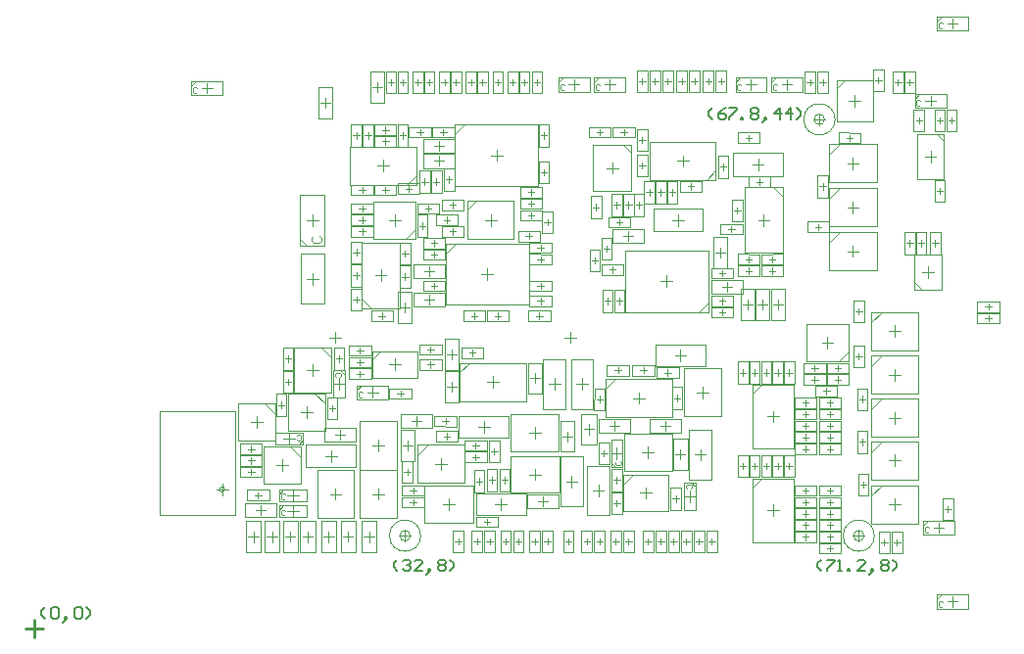
<source format=gbr>
%TF.GenerationSoftware,Altium Limited,Altium Designer,21.5.1 (32)*%
G04 Layer_Color=32768*
%FSLAX45Y45*%
%MOMM*%
%TF.SameCoordinates,6D93875A-9943-4EB1-8E24-321CDD5DE8D5*%
%TF.FilePolarity,Positive*%
%TF.FileFunction,Other,Assembly_Notes*%
%TF.Part,Single*%
G01*
G75*
%TA.AperFunction,NonConductor*%
%ADD101C,0.20000*%
%ADD126C,0.10000*%
%ADD233C,0.25400*%
D101*
X3133322Y493322D02*
X3100000Y526645D01*
Y559967D01*
X3133322Y593290D01*
X3183306Y576629D02*
X3199968Y593290D01*
X3233290D01*
X3249951Y576629D01*
Y559967D01*
X3233290Y543306D01*
X3216629D01*
X3233290D01*
X3249951Y526645D01*
Y509984D01*
X3233290Y493322D01*
X3199968D01*
X3183306Y509984D01*
X3349919Y493322D02*
X3283274D01*
X3349919Y559967D01*
Y576629D01*
X3333258Y593290D01*
X3299935D01*
X3283274Y576629D01*
X3399903Y476661D02*
X3416564Y493322D01*
Y509984D01*
X3399903D01*
Y493322D01*
X3416564D01*
X3399903Y476661D01*
X3383242Y460000D01*
X3483210Y576629D02*
X3499871Y593290D01*
X3533194D01*
X3549855Y576629D01*
Y559967D01*
X3533194Y543306D01*
X3549855Y526645D01*
Y509984D01*
X3533194Y493322D01*
X3499871D01*
X3483210Y509984D01*
Y526645D01*
X3499871Y543306D01*
X3483210Y559967D01*
Y576629D01*
X3499871Y543306D02*
X3533194D01*
X3583177Y493322D02*
X3616500Y526645D01*
Y559967D01*
X3583177Y593290D01*
X5853323Y4403322D02*
X5820000Y4436645D01*
Y4469967D01*
X5853323Y4503290D01*
X5969951D02*
X5936629Y4486629D01*
X5903306Y4453306D01*
Y4419984D01*
X5919968Y4403322D01*
X5953290D01*
X5969951Y4419984D01*
Y4436645D01*
X5953290Y4453306D01*
X5903306D01*
X6003274Y4503290D02*
X6069919D01*
Y4486629D01*
X6003274Y4419984D01*
Y4403322D01*
X6103242D02*
Y4419984D01*
X6119903D01*
Y4403322D01*
X6103242D01*
X6186548Y4486629D02*
X6203210Y4503290D01*
X6236532D01*
X6253193Y4486629D01*
Y4469967D01*
X6236532Y4453306D01*
X6253193Y4436645D01*
Y4419984D01*
X6236532Y4403322D01*
X6203210D01*
X6186548Y4419984D01*
Y4436645D01*
X6203210Y4453306D01*
X6186548Y4469967D01*
Y4486629D01*
X6203210Y4453306D02*
X6236532D01*
X6303178Y4386661D02*
X6319839Y4403322D01*
Y4419984D01*
X6303178D01*
Y4403322D01*
X6319839D01*
X6303178Y4386661D01*
X6286516Y4370000D01*
X6436468Y4403322D02*
Y4503290D01*
X6386484Y4453306D01*
X6453129D01*
X6536436Y4403322D02*
Y4503290D01*
X6486452Y4453306D01*
X6553097D01*
X6586420Y4403322D02*
X6619742Y4436645D01*
Y4469967D01*
X6586420Y4503290D01*
X6793322Y493322D02*
X6760000Y526645D01*
Y559967D01*
X6793322Y593290D01*
X6843306D02*
X6909951D01*
Y576629D01*
X6843306Y509984D01*
Y493322D01*
X6943274D02*
X6976597D01*
X6959936D01*
Y593290D01*
X6943274Y576629D01*
X7026581Y493322D02*
Y509984D01*
X7043242D01*
Y493322D01*
X7026581D01*
X7176532D02*
X7109887D01*
X7176532Y559967D01*
Y576629D01*
X7159871Y593290D01*
X7126548D01*
X7109887Y576629D01*
X7226516Y476661D02*
X7243177Y493322D01*
Y509984D01*
X7226516D01*
Y493322D01*
X7243177D01*
X7226516Y476661D01*
X7209855Y460000D01*
X7309823Y576629D02*
X7326484Y593290D01*
X7359806D01*
X7376468Y576629D01*
Y559967D01*
X7359806Y543306D01*
X7376468Y526645D01*
Y509984D01*
X7359806Y493322D01*
X7326484D01*
X7309823Y509984D01*
Y526645D01*
X7326484Y543306D01*
X7309823Y559967D01*
Y576629D01*
X7326484Y543306D02*
X7359806D01*
X7409790Y493322D02*
X7443113Y526645D01*
Y559967D01*
X7409790Y593290D01*
X93322Y83322D02*
X60000Y116645D01*
Y149967D01*
X93322Y183290D01*
X143306Y166629D02*
X159968Y183290D01*
X193290D01*
X209951Y166629D01*
Y99984D01*
X193290Y83322D01*
X159968D01*
X143306Y99984D01*
Y166629D01*
X259935Y66661D02*
X276597Y83322D01*
Y99984D01*
X259935D01*
Y83322D01*
X276597D01*
X259935Y66661D01*
X243274Y50000D01*
X343242Y166629D02*
X359903Y183290D01*
X393226D01*
X409887Y166629D01*
Y99984D01*
X393226Y83322D01*
X359903D01*
X343242Y99984D01*
Y166629D01*
X443210Y83322D02*
X476532Y116645D01*
Y149967D01*
X443210Y183290D01*
D126*
X1642361Y1200000D02*
G03*
X1642361Y1200000I-22361J0D01*
G01*
X6825000Y4400000D02*
G03*
X6825000Y4400000I-45000J0D01*
G01*
X6915000D02*
G03*
X6915000Y4400000I-135000J0D01*
G01*
X3245000Y800000D02*
G03*
X3245000Y800000I-45000J0D01*
G01*
X3335000D02*
G03*
X3335000Y800000I-135000J0D01*
G01*
X7165000D02*
G03*
X7165000Y800000I-45000J0D01*
G01*
X7255000D02*
G03*
X7255000Y800000I-135000J0D01*
G01*
X7432500Y4720000D02*
X7487500D01*
X7460000Y4692500D02*
Y4747500D01*
X7415000Y4625000D02*
Y4815000D01*
Y4625000D02*
X7505000D01*
X7415000Y4815000D02*
X7505000D01*
Y4625000D02*
Y4815000D01*
X2300000Y1480000D02*
Y1570000D01*
X2210000D02*
X2300000Y1480000D01*
X2210000Y1570000D02*
X2300000D01*
Y1250000D02*
Y1480000D01*
X2140000Y1360000D02*
Y1460000D01*
X1980000Y1570000D02*
X2210000D01*
X2090000Y1410000D02*
X2190000D01*
X1980000Y1250000D02*
X2300000D01*
X1980000D02*
Y1570000D01*
X7240000Y4380000D02*
Y4740000D01*
X7085000Y4510000D02*
Y4610000D01*
X6930000Y4740000D02*
X7240000D01*
X7035000Y4560000D02*
X7135000D01*
X6930141Y4667350D02*
X6999336Y4736545D01*
X6930000Y4380000D02*
X7240000D01*
X6930000D02*
Y4740000D01*
X7225000Y1655000D02*
X7635000D01*
X7380000Y1820000D02*
X7480000D01*
X7430000Y1770000D02*
Y1870000D01*
X7635000Y1655000D02*
Y1985000D01*
X7316096D02*
X7635000D01*
X7225000Y1893904D02*
X7316096Y1985000D01*
X7225000Y1655000D02*
Y1893904D01*
Y1985000D02*
X7315000D01*
X7225000Y1875000D02*
Y1985000D01*
Y2025000D02*
X7635000D01*
X7380000Y2190000D02*
X7480000D01*
X7430000Y2140000D02*
Y2240000D01*
X7635000Y2025000D02*
Y2355000D01*
X7316096D02*
X7635000D01*
X7225000Y2263904D02*
X7316096Y2355000D01*
X7225000Y2025000D02*
Y2263904D01*
Y2355000D02*
X7315000D01*
X7225000Y2245000D02*
Y2355000D01*
Y905000D02*
X7635000D01*
X7380000Y1070000D02*
X7480000D01*
X7430000Y1020000D02*
Y1120000D01*
X7635000Y905000D02*
Y1235000D01*
X7316096D02*
X7635000D01*
X7225000Y1143904D02*
X7316096Y1235000D01*
X7225000Y905000D02*
Y1143904D01*
Y1235000D02*
X7315000D01*
X7225000Y1125000D02*
Y1235000D01*
Y2405000D02*
X7635000D01*
X7380000Y2570000D02*
X7480000D01*
X7430000Y2520000D02*
Y2620000D01*
X7635000Y2405000D02*
Y2735000D01*
X7316096D02*
X7635000D01*
X7225000Y2643904D02*
X7316096Y2735000D01*
X7225000Y2405000D02*
Y2643904D01*
Y2735000D02*
X7315000D01*
X7225000Y2625000D02*
Y2735000D01*
X6865000Y3855000D02*
X7275000D01*
X7020000Y4020000D02*
X7120000D01*
X7070000Y3970000D02*
Y4070000D01*
X7275000Y3855000D02*
Y4185000D01*
X6956096D02*
X7275000D01*
X6865000Y4093904D02*
X6956096Y4185000D01*
X6865000Y3855000D02*
Y4093904D01*
Y4185000D02*
X6955000D01*
X6865000Y4075000D02*
Y4185000D01*
X7225000Y1285000D02*
X7635000D01*
X7380000Y1450000D02*
X7480000D01*
X7430000Y1400000D02*
Y1500000D01*
X7635000Y1285000D02*
Y1615000D01*
X7316096D02*
X7635000D01*
X7225000Y1523904D02*
X7316096Y1615000D01*
X7225000Y1285000D02*
Y1523904D01*
Y1615000D02*
X7315000D01*
X7225000Y1505000D02*
Y1615000D01*
X6865000Y3095000D02*
X7275000D01*
X7020000Y3260000D02*
X7120000D01*
X7070000Y3210000D02*
Y3310000D01*
X7275000Y3095000D02*
Y3425000D01*
X6956096D02*
X7275000D01*
X6865000Y3333904D02*
X6956096Y3425000D01*
X6865000Y3095000D02*
Y3333904D01*
Y3425000D02*
X6955000D01*
X6865000Y3315000D02*
Y3425000D01*
X3305000Y1255000D02*
X3715000D01*
X3460000Y1420000D02*
X3560000D01*
X3510000Y1370000D02*
Y1470000D01*
X3715000Y1255000D02*
Y1585000D01*
X3396096D02*
X3715000D01*
X3305000Y1493904D02*
X3396096Y1585000D01*
X3305000Y1255000D02*
Y1493904D01*
Y1585000D02*
X3395000D01*
X3305000Y1475000D02*
Y1585000D01*
X6865000Y3475000D02*
X7275000D01*
X7020000Y3640000D02*
X7120000D01*
X7070000Y3590000D02*
Y3690000D01*
X7275000Y3475000D02*
Y3805000D01*
X6956096D02*
X7275000D01*
X6865000Y3713904D02*
X6956096Y3805000D01*
X6865000Y3475000D02*
Y3713904D01*
Y3805000D02*
X6955000D01*
X6865000Y3695000D02*
Y3805000D01*
X3675000Y2215000D02*
Y2295000D01*
X3755000D01*
X3675000Y2214036D02*
X3755964Y2295000D01*
X3675000Y1965000D02*
Y2214036D01*
X3755964Y2295000D02*
X4245000D01*
Y1965000D02*
Y2295000D01*
X3675000Y1965000D02*
X4245000D01*
X3910000Y2130000D02*
X4010000D01*
X3960000Y2080000D02*
Y2180000D01*
X5085000Y1240000D02*
Y1330000D01*
X5475000Y1010000D02*
Y1330000D01*
X5085000Y1010000D02*
X5475000D01*
X5230000Y1170000D02*
X5330000D01*
X5280000Y1120000D02*
Y1220000D01*
X5171378Y1330000D02*
X5475000D01*
X5085000Y1243622D02*
X5171378Y1330000D01*
X5085000Y1010000D02*
Y1243622D01*
Y1330000D02*
X5171378D01*
X4935000Y2075000D02*
Y2155000D01*
X5015000D01*
X4935000Y2074036D02*
X5015965Y2155000D01*
X4935000Y1825000D02*
Y2074036D01*
X5015965Y2155000D02*
X5505000D01*
Y1825000D02*
Y2155000D01*
X4935000Y1825000D02*
X5505000D01*
X5170000Y1990000D02*
X5270000D01*
X5220000Y1940000D02*
Y2040000D01*
X2470000Y2425000D02*
X2560000D01*
X2240000Y2035000D02*
X2560000D01*
X2240000D02*
Y2425000D01*
X2400000Y2180000D02*
Y2280000D01*
X2350000Y2230000D02*
X2450000D01*
X2560000Y2035000D02*
Y2338622D01*
X2473622Y2425000D02*
X2560000Y2338622D01*
X2240000Y2425000D02*
X2473622D01*
X2560000Y2338622D02*
Y2425000D01*
X2914999Y2315000D02*
Y2395000D01*
X2994999D01*
X3109999Y2230000D02*
Y2330000D01*
X3059999Y2280000D02*
X3159999D01*
X2914999Y2165000D02*
X3304999D01*
Y2395000D01*
X2983907D02*
X3304999D01*
X2914999Y2326092D02*
X2983907Y2395000D01*
X2914999Y2165000D02*
Y2326092D01*
X7030000Y2310000D02*
Y2394537D01*
X6920000Y2310000D02*
X7030000D01*
X6850000Y2420000D02*
Y2520000D01*
X6800000Y2470000D02*
X6900000D01*
X6670000Y2630000D02*
X7030000D01*
X6670000Y2310000D02*
Y2630000D01*
Y2310000D02*
X6945463D01*
X7030000Y2394537D01*
Y2630000D01*
X7839551Y2929735D02*
Y3229734D01*
X7665246Y2929735D02*
X7839551D01*
X7599551Y3229734D02*
X7839551D01*
X7599551Y2995429D02*
X7665246Y2929735D01*
X7599551Y2995429D02*
Y3229734D01*
X7669551Y3079735D02*
X7769551D01*
X7719551Y3029735D02*
Y3129735D01*
X7599551Y2929735D02*
Y3009734D01*
Y2929735D02*
X7679551D01*
X7775000Y4275000D02*
X7855000D01*
Y4195000D02*
Y4275000D01*
X7624379D02*
X7791158D01*
X7855000Y4211158D01*
X7690000Y4080000D02*
X7790000D01*
X7740000Y4030000D02*
Y4130000D01*
X7855000Y3885000D02*
Y4211158D01*
X7624379Y3885000D02*
Y4275421D01*
Y3885000D02*
X7855000D01*
X6205000Y1215000D02*
Y1295000D01*
X6285000D01*
X6205000Y745000D02*
Y1219433D01*
X6280568Y1295000D01*
X6205000D02*
X6555000D01*
Y745000D02*
Y1295000D01*
X6205000Y745000D02*
X6555000D01*
X6330000Y1020000D02*
X6430000D01*
X6380000Y970000D02*
Y1070000D01*
X6205000Y2025000D02*
Y2105000D01*
X6285000D01*
X6205000Y1555000D02*
Y2029433D01*
X6280567Y2105000D01*
X6205000D02*
X6555000D01*
Y1555000D02*
Y2105000D01*
X6205000Y1555000D02*
X6555000D01*
X6330000Y1830000D02*
X6430000D01*
X6380000Y1780000D02*
Y1880000D01*
X3290000Y3370000D02*
Y3454537D01*
X3180000Y3370000D02*
X3290000D01*
X3110000Y3480000D02*
Y3580000D01*
X3060000Y3530000D02*
X3160000D01*
X2930000Y3690000D02*
X3290000D01*
X2930000Y3370000D02*
Y3690000D01*
Y3370000D02*
X3205463D01*
X3290000Y3454537D01*
Y3690000D01*
X3550000Y3325000D02*
X3630000D01*
X3550000Y3240000D02*
Y3325000D01*
Y2795000D02*
Y3240000D01*
X3635000Y3325000D01*
X4270000D01*
X3910000Y3010000D02*
Y3110000D01*
X3860000Y3060000D02*
X3960000D01*
X3550000Y2795000D02*
X4270000D01*
Y3325000D01*
X3740000Y3615000D02*
Y3695000D01*
X3820000D01*
X3740000Y3365000D02*
X4140000D01*
X3890000Y3530000D02*
X3990000D01*
X3940000Y3480000D02*
Y3580000D01*
X4140000Y3365000D02*
Y3695000D01*
X3812465D02*
X4140000D01*
X3740000Y3622535D02*
X3812465Y3695000D01*
X3740000Y3365000D02*
Y3622535D01*
X2825000Y2765000D02*
X2905000D01*
X2825000D02*
Y2845000D01*
Y2845964D02*
X2905964Y2765000D01*
X3155000D01*
X2825000Y2845964D02*
Y3335000D01*
X3155000D01*
Y2765000D02*
Y3335000D01*
X2990000Y3000000D02*
Y3100000D01*
X2940000Y3050000D02*
X3040000D01*
X3630000Y4355000D02*
X3710000D01*
X3630000Y4270000D02*
Y4355000D01*
Y3825000D02*
Y4270000D01*
X3715000Y4355000D01*
X4350000D01*
X3990000Y4040000D02*
Y4140000D01*
X3940000Y4090000D02*
X4040000D01*
X3630000Y3825000D02*
X4350000D01*
Y4355000D01*
X3295000Y3835000D02*
Y3915000D01*
X3215000Y3835000D02*
X3295000D01*
X3214035D02*
X3295000Y3915964D01*
Y4165000D01*
X2725000Y3835000D02*
X3214035D01*
X2725000D02*
Y4165000D01*
X3295000D01*
X2960000Y4000000D02*
X3060000D01*
X3010000Y3950000D02*
Y4050000D01*
X5740000Y2735000D02*
X5820000D01*
Y2820000D01*
Y3265000D01*
X5735000Y2735000D02*
X5820000Y2820000D01*
X5100000Y2735000D02*
X5735000D01*
X5460000Y2950000D02*
Y3050000D01*
X5410000Y3000000D02*
X5510000D01*
X5100000Y3265000D02*
X5820000D01*
X5100000Y2735000D02*
Y3265000D01*
X6385000Y3815000D02*
X6465000D01*
Y3735000D02*
Y3815000D01*
X6384036D02*
X6465000Y3734036D01*
X6135000Y3815000D02*
X6384036D01*
X6465000Y3245000D02*
Y3734036D01*
X6135000Y3245000D02*
X6465000D01*
X6135000D02*
Y3815000D01*
X6300000Y3480000D02*
Y3580000D01*
X6250000Y3530000D02*
X6350000D01*
X5075000Y4180000D02*
X5155000D01*
Y4100000D02*
Y4180000D01*
X4825000Y3780000D02*
Y4180000D01*
X4990000Y3930000D02*
Y4030000D01*
X4940000Y3980000D02*
X5040000D01*
X4825000Y3780000D02*
X5155000D01*
Y4107535D01*
X5082535Y4180000D02*
X5155000Y4107535D01*
X4825000Y4180000D02*
X5082535D01*
X5885000Y3875000D02*
Y3955000D01*
X5805000Y3875000D02*
X5885000D01*
X5804036D02*
X5885000Y3955964D01*
Y4205000D01*
X5315000Y3875000D02*
X5804036D01*
X5315000D02*
Y4205000D01*
X5885000D01*
X5550000Y4040000D02*
X5650000D01*
X5600000Y3990000D02*
Y4090000D01*
X1760000Y1620000D02*
X2080000D01*
X1760000D02*
Y1940000D01*
X1920000Y1730000D02*
Y1830000D01*
X1870000Y1780000D02*
X1970000D01*
X1760000Y1940000D02*
X1990000D01*
X2080000Y1850000D01*
Y1620000D02*
Y1850000D01*
Y1940000D01*
X1990000D02*
X2080000D01*
X2190000Y1710000D02*
X2510000D01*
X2190000D02*
Y2030000D01*
X2350000Y1820000D02*
Y1920000D01*
X2300000Y1870000D02*
X2400000D01*
X2190000Y2030000D02*
X2420000D01*
X2510000Y1940000D01*
Y1710000D02*
Y1940000D01*
Y2030000D01*
X2420000D02*
X2510000D01*
X6565000Y1235000D02*
X6755000D01*
X6565000Y1145000D02*
Y1235000D01*
X6755000Y1145000D02*
Y1235000D01*
X6565000Y1145000D02*
X6755000D01*
X6632500Y1190000D02*
X6687500D01*
X6660000Y1162500D02*
Y1217500D01*
X6565000Y835000D02*
X6755000D01*
X6565000Y745000D02*
Y835000D01*
X6755000Y745000D02*
Y835000D01*
X6565000Y745000D02*
X6755000D01*
X6632500Y790000D02*
X6687500D01*
X6660000Y762500D02*
Y817500D01*
X6565000Y935000D02*
X6755000D01*
X6565000Y845000D02*
Y935000D01*
X6755000Y845000D02*
Y935000D01*
X6565000Y845000D02*
X6755000D01*
X6632500Y890000D02*
X6687500D01*
X6660000Y862500D02*
Y917500D01*
X6565000Y1035000D02*
X6755000D01*
X6565000Y945000D02*
Y1035000D01*
X6755000Y945000D02*
Y1035000D01*
X6565000Y945000D02*
X6755000D01*
X6632500Y990000D02*
X6687500D01*
X6660000Y962500D02*
Y1017500D01*
X6565000Y1135000D02*
X6755000D01*
X6565000Y1045000D02*
Y1135000D01*
X6755000Y1045000D02*
Y1135000D01*
X6565000Y1045000D02*
X6755000D01*
X6632500Y1090000D02*
X6687500D01*
X6660000Y1062500D02*
Y1117500D01*
X6565000Y1595000D02*
X6755000D01*
X6565000Y1505000D02*
Y1595000D01*
X6755000Y1505000D02*
Y1595000D01*
X6565000Y1505000D02*
X6755000D01*
X6632500Y1550000D02*
X6687500D01*
X6660000Y1522500D02*
Y1577500D01*
X6565000Y1695000D02*
X6755000D01*
X6565000Y1605000D02*
Y1695000D01*
X6755000Y1605000D02*
Y1695000D01*
X6565000Y1605000D02*
X6755000D01*
X6632500Y1650000D02*
X6687500D01*
X6660000Y1622500D02*
Y1677500D01*
X6565000Y1795000D02*
X6755000D01*
X6565000Y1705000D02*
Y1795000D01*
X6755000Y1705000D02*
Y1795000D01*
X6565000Y1705000D02*
X6755000D01*
X6632500Y1750000D02*
X6687500D01*
X6660000Y1722500D02*
Y1777500D01*
X6565000Y1895000D02*
X6755000D01*
X6565000Y1805000D02*
Y1895000D01*
X6755000Y1805000D02*
Y1895000D01*
X6565000Y1805000D02*
X6755000D01*
X6632500Y1850000D02*
X6687500D01*
X6660000Y1822500D02*
Y1877500D01*
X6565000Y1995000D02*
X6755000D01*
X6565000Y1905000D02*
Y1995000D01*
X6755000Y1905000D02*
Y1995000D01*
X6565000Y1905000D02*
X6755000D01*
X6632500Y1950000D02*
X6687500D01*
X6660000Y1922500D02*
Y1977500D01*
X7605000Y3235000D02*
Y3425000D01*
X7515000D02*
X7605000D01*
X7515000Y3235000D02*
X7605000D01*
X7515000D02*
Y3425000D01*
X7560000Y3302500D02*
Y3357500D01*
X7532500Y3330000D02*
X7587500D01*
X7705000Y3235000D02*
Y3425000D01*
X7615000D02*
X7705000D01*
X7615000Y3235000D02*
X7705000D01*
X7615000D02*
Y3425000D01*
X7660000Y3302500D02*
Y3357500D01*
X7632500Y3330000D02*
X7687500D01*
X3715000Y1535000D02*
X3905000D01*
Y1625000D01*
X3715000Y1535000D02*
Y1625000D01*
X3905000D01*
X3782500Y1580000D02*
X3837500D01*
X3810000Y1552500D02*
Y1607500D01*
X3715000Y1525000D02*
X3905000D01*
X3715000Y1435000D02*
Y1525000D01*
X3905000Y1435000D02*
Y1525000D01*
X3715000Y1435000D02*
X3905000D01*
X3782500Y1480000D02*
X3837500D01*
X3810000Y1452500D02*
Y1507500D01*
X3925000Y1435000D02*
Y1625000D01*
Y1435000D02*
X4015000D01*
X3925000Y1625000D02*
X4015000D01*
Y1435000D02*
Y1625000D01*
X3970000Y1502500D02*
Y1557500D01*
X3942500Y1530000D02*
X3997500D01*
X3995000Y1185000D02*
Y1375000D01*
X3905000D02*
X3995000D01*
X3905000Y1185000D02*
X3995000D01*
X3905000D02*
Y1375000D01*
X3950000Y1252500D02*
Y1307500D01*
X3922500Y1280000D02*
X3977500D01*
X1835000Y1105000D02*
X2025000D01*
Y1195000D01*
X1835000Y1105000D02*
Y1195000D01*
X2025000D01*
X1902500Y1150000D02*
X1957500D01*
X1930000Y1122500D02*
Y1177500D01*
X3065000Y2075000D02*
X3255000D01*
X3065000Y1985000D02*
Y2075000D01*
X3255000Y1985000D02*
Y2075000D01*
X3065000Y1985000D02*
X3255000D01*
X3132500Y2030000D02*
X3187500D01*
X3160000Y2002500D02*
Y2057500D01*
X4985000Y985000D02*
Y1175000D01*
Y985000D02*
X5075000D01*
X4985000Y1175000D02*
X5075000D01*
Y985000D02*
Y1175000D01*
X5030000Y1052500D02*
Y1107500D01*
X5002500Y1080000D02*
X5057500D01*
X4985000Y1185000D02*
Y1375000D01*
Y1185000D02*
X5075000D01*
X4985000Y1375000D02*
X5075000D01*
Y1185000D02*
Y1375000D01*
X5030000Y1252500D02*
Y1307500D01*
X5002500Y1280000D02*
X5057500D01*
X5165000Y2275000D02*
X5355000D01*
X5165000Y2185000D02*
Y2275000D01*
X5355000Y2185000D02*
Y2275000D01*
X5165000Y2185000D02*
X5355000D01*
X5232500Y2230000D02*
X5287500D01*
X5260000Y2202500D02*
Y2257500D01*
X2175000Y1835000D02*
Y2025000D01*
X2085000D02*
X2175000D01*
X2085000Y1835000D02*
X2175000D01*
X2085000D02*
Y2025000D01*
X2130000Y1902500D02*
Y1957500D01*
X2102500Y1930000D02*
X2157500D01*
X2145000Y2035000D02*
Y2225000D01*
Y2035000D02*
X2235000D01*
X2145000Y2225000D02*
X2235000D01*
Y2035000D02*
Y2225000D01*
X2190000Y2102500D02*
Y2157500D01*
X2162500Y2130000D02*
X2217500D01*
X1775000Y1505000D02*
X1965000D01*
Y1595000D01*
X1775000Y1505000D02*
Y1595000D01*
X1965000D01*
X1842500Y1550000D02*
X1897500D01*
X1870000Y1522500D02*
Y1577500D01*
X2235000Y2235000D02*
Y2425000D01*
X2145000D02*
X2235000D01*
X2145000Y2235000D02*
X2235000D01*
X2145000D02*
Y2425000D01*
X2190000Y2302500D02*
Y2357500D01*
X2162500Y2330000D02*
X2217500D01*
X2525000Y1805000D02*
Y1995000D01*
Y1805000D02*
X2615000D01*
X2525000Y1995000D02*
X2615000D01*
Y1805000D02*
Y1995000D01*
X2570000Y1872500D02*
Y1927500D01*
X2542500Y1900000D02*
X2597500D01*
X1775000Y1495000D02*
X1965000D01*
X1775000Y1405000D02*
Y1495000D01*
X1965000Y1405000D02*
Y1495000D01*
X1775000Y1405000D02*
X1965000D01*
X1842500Y1450000D02*
X1897500D01*
X1870000Y1422500D02*
Y1477500D01*
X2715000Y2445000D02*
X2905000D01*
X2715000Y2355000D02*
Y2445000D01*
X2905000Y2355000D02*
Y2445000D01*
X2715000Y2355000D02*
X2905000D01*
X2782500Y2400000D02*
X2837500D01*
X2810000Y2372500D02*
Y2427500D01*
X2715000Y2345000D02*
X2905000D01*
X2715000Y2255000D02*
Y2345000D01*
X2905000Y2255000D02*
Y2345000D01*
X2715000Y2255000D02*
X2905000D01*
X2782500Y2300000D02*
X2837500D01*
X2810000Y2272500D02*
Y2327500D01*
X5885000Y4635000D02*
Y4825000D01*
Y4635000D02*
X5975000D01*
X5885000Y4825000D02*
X5975000D01*
Y4635000D02*
Y4825000D01*
X5930000Y4702500D02*
Y4757500D01*
X5902500Y4730000D02*
X5957500D01*
X3135000Y4625000D02*
Y4815000D01*
Y4625000D02*
X3225000D01*
X3135000Y4815000D02*
X3225000D01*
Y4625000D02*
Y4815000D01*
X3180000Y4692500D02*
Y4747500D01*
X3152500Y4720000D02*
X3207500D01*
X5775000Y4635000D02*
Y4825000D01*
Y4635000D02*
X5865000D01*
X5775000Y4825000D02*
X5865000D01*
Y4635000D02*
Y4825000D01*
X5820000Y4702500D02*
Y4757500D01*
X5792500Y4730000D02*
X5847500D01*
X3035000Y4625000D02*
Y4815000D01*
Y4625000D02*
X3125000D01*
X3035000Y4815000D02*
X3125000D01*
Y4625000D02*
Y4815000D01*
X3080000Y4692500D02*
Y4747500D01*
X3052500Y4720000D02*
X3107500D01*
X2715000Y2155000D02*
X2905000D01*
Y2245000D01*
X2715000Y2155000D02*
Y2245000D01*
X2905000D01*
X2782500Y2200000D02*
X2837500D01*
X2810000Y2172500D02*
Y2227500D01*
X3325000Y2325000D02*
X3515000D01*
X3325000Y2235000D02*
Y2325000D01*
X3515000Y2235000D02*
Y2325000D01*
X3325000Y2235000D02*
X3515000D01*
X3392500Y2280000D02*
X3447500D01*
X3420000Y2252500D02*
Y2307500D01*
X4275000Y655000D02*
Y845000D01*
Y655000D02*
X4365000D01*
X4275000Y845000D02*
X4365000D01*
Y655000D02*
Y845000D01*
X4320000Y722500D02*
Y777500D01*
X4292500Y750000D02*
X4347500D01*
X4385000Y655000D02*
Y845000D01*
Y655000D02*
X4475000D01*
X4385000Y845000D02*
X4475000D01*
Y655000D02*
Y845000D01*
X4430000Y722500D02*
Y777500D01*
X4402500Y750000D02*
X4457500D01*
X7515000Y4625000D02*
Y4815000D01*
Y4625000D02*
X7605000D01*
X7515000Y4815000D02*
X7605000D01*
Y4625000D02*
Y4815000D01*
X7560000Y4692500D02*
Y4747500D01*
X7532500Y4720000D02*
X7587500D01*
X7405000Y645000D02*
Y835000D01*
Y645000D02*
X7495000D01*
X7405000Y835000D02*
X7495000D01*
Y645000D02*
Y835000D01*
X7450000Y712500D02*
Y767500D01*
X7422500Y740000D02*
X7477500D01*
X7295000Y645000D02*
Y835000D01*
Y645000D02*
X7385000D01*
X7295000Y835000D02*
X7385000D01*
Y645000D02*
Y835000D01*
X7340000Y712500D02*
Y767500D01*
X7312500Y740000D02*
X7367500D01*
X6655000Y4625000D02*
Y4815000D01*
Y4625000D02*
X6745000D01*
X6655000Y4815000D02*
X6745000D01*
Y4625000D02*
Y4815000D01*
X6700000Y4692500D02*
Y4747500D01*
X6672500Y4720000D02*
X6727500D01*
X6765000Y4625000D02*
Y4815000D01*
Y4625000D02*
X6855000D01*
X6765000Y4815000D02*
X6855000D01*
Y4625000D02*
Y4815000D01*
X6810000Y4692500D02*
Y4747500D01*
X6782500Y4720000D02*
X6837500D01*
X5805000Y655000D02*
Y845000D01*
Y655000D02*
X5895000D01*
X5805000Y845000D02*
X5895000D01*
Y655000D02*
Y845000D01*
X5850000Y722500D02*
Y777500D01*
X5822500Y750000D02*
X5877500D01*
X5585000Y655000D02*
Y845000D01*
Y655000D02*
X5675000D01*
X5585000Y845000D02*
X5675000D01*
Y655000D02*
Y845000D01*
X5630000Y722500D02*
Y777500D01*
X5602500Y750000D02*
X5657500D01*
X5785000Y655000D02*
Y845000D01*
X5695000D02*
X5785000D01*
X5695000Y655000D02*
X5785000D01*
X5695000D02*
Y845000D01*
X5740000Y722500D02*
Y777500D01*
X5712500Y750000D02*
X5767500D01*
X5475000Y655000D02*
Y845000D01*
Y655000D02*
X5565000D01*
X5475000Y845000D02*
X5565000D01*
Y655000D02*
Y845000D01*
X5520000Y722500D02*
Y777500D01*
X5492500Y750000D02*
X5547500D01*
X5745000Y4635000D02*
Y4825000D01*
X5655000D02*
X5745000D01*
X5655000Y4635000D02*
X5745000D01*
X5655000D02*
Y4825000D01*
X5700000Y4702500D02*
Y4757500D01*
X5672500Y4730000D02*
X5727500D01*
X5365000Y655000D02*
Y845000D01*
Y655000D02*
X5455000D01*
X5365000Y845000D02*
X5455000D01*
Y655000D02*
Y845000D01*
X5410000Y722500D02*
Y777500D01*
X5382500Y750000D02*
X5437500D01*
X5255000Y655000D02*
Y845000D01*
Y655000D02*
X5345000D01*
X5255000Y845000D02*
X5345000D01*
Y655000D02*
Y845000D01*
X5300000Y722500D02*
Y777500D01*
X5272500Y750000D02*
X5327500D01*
X5425000Y4635000D02*
Y4825000D01*
Y4635000D02*
X5515000D01*
X5425000Y4825000D02*
X5515000D01*
Y4635000D02*
Y4825000D01*
X5470000Y4702500D02*
Y4757500D01*
X5442500Y4730000D02*
X5497500D01*
X4975000Y655000D02*
Y845000D01*
Y655000D02*
X5065000D01*
X4975000Y845000D02*
X5065000D01*
Y655000D02*
Y845000D01*
X5020000Y722500D02*
Y777500D01*
X4992500Y750000D02*
X5047500D01*
X5405000Y4635000D02*
Y4825000D01*
X5315000D02*
X5405000D01*
X5315000Y4635000D02*
X5405000D01*
X5315000D02*
Y4825000D01*
X5360000Y4702500D02*
Y4757500D01*
X5332500Y4730000D02*
X5387500D01*
X4835000Y655000D02*
Y845000D01*
Y655000D02*
X4925000D01*
X4835000Y845000D02*
X4925000D01*
Y655000D02*
Y845000D01*
X4880000Y722500D02*
Y777500D01*
X4852500Y750000D02*
X4907500D01*
X4025000Y655000D02*
Y845000D01*
Y655000D02*
X4115000D01*
X4025000Y845000D02*
X4115000D01*
Y655000D02*
Y845000D01*
X4070000Y722500D02*
Y777500D01*
X4042500Y750000D02*
X4097500D01*
X3975000Y655000D02*
Y845000D01*
X3885000D02*
X3975000D01*
X3885000Y655000D02*
X3975000D01*
X3885000D02*
Y845000D01*
X3930000Y722500D02*
Y777500D01*
X3902500Y750000D02*
X3957500D01*
X4045000Y4625000D02*
Y4815000D01*
X3955000D02*
X4045000D01*
X3955000Y4625000D02*
X4045000D01*
X3955000D02*
Y4815000D01*
X4000000Y4692500D02*
Y4747500D01*
X3972500Y4720000D02*
X4027500D01*
X4085000Y4625000D02*
Y4815000D01*
Y4625000D02*
X4175000D01*
X4085000Y4815000D02*
X4175000D01*
Y4625000D02*
Y4815000D01*
X4130000Y4692500D02*
Y4747500D01*
X4102500Y4720000D02*
X4157500D01*
X3685000Y4625000D02*
Y4815000D01*
X3595000D02*
X3685000D01*
X3595000Y4625000D02*
X3685000D01*
X3595000D02*
Y4815000D01*
X3640000Y4692500D02*
Y4747500D01*
X3612500Y4720000D02*
X3667500D01*
X3725000Y4625000D02*
Y4815000D01*
Y4625000D02*
X3815000D01*
X3725000Y4815000D02*
X3815000D01*
Y4625000D02*
Y4815000D01*
X3770000Y4692500D02*
Y4747500D01*
X3742500Y4720000D02*
X3797500D01*
X3455000Y4625000D02*
Y4815000D01*
X3365000D02*
X3455000D01*
X3365000Y4625000D02*
X3455000D01*
X3365000D02*
Y4815000D01*
X3410000Y4692500D02*
Y4747500D01*
X3382500Y4720000D02*
X3437500D01*
X6845000Y2105000D02*
X7035000D01*
Y2195000D01*
X6845000Y2105000D02*
Y2195000D01*
X7035000D01*
X6912500Y2150000D02*
X6967500D01*
X6940000Y2122500D02*
Y2177500D01*
X7595000Y4295000D02*
Y4485000D01*
Y4295000D02*
X7685000D01*
X7595000Y4485000D02*
X7685000D01*
Y4295000D02*
Y4485000D01*
X7640000Y4362500D02*
Y4417500D01*
X7612500Y4390000D02*
X7667500D01*
X7775000Y4295000D02*
Y4485000D01*
Y4295000D02*
X7865000D01*
X7775000Y4485000D02*
X7865000D01*
Y4295000D02*
Y4485000D01*
X7820000Y4362500D02*
Y4417500D01*
X7792500Y4390000D02*
X7847500D01*
X6075000Y1305000D02*
Y1495000D01*
Y1305000D02*
X6165000D01*
X6075000Y1495000D02*
X6165000D01*
Y1305000D02*
Y1495000D01*
X6120000Y1372500D02*
Y1427500D01*
X6092500Y1400000D02*
X6147500D01*
X6375000Y1305000D02*
Y1495000D01*
Y1305000D02*
X6465000D01*
X6375000Y1495000D02*
X6465000D01*
Y1305000D02*
Y1495000D01*
X6420000Y1372500D02*
Y1427500D01*
X6392500Y1400000D02*
X6447500D01*
X6175000Y1305000D02*
Y1495000D01*
Y1305000D02*
X6265000D01*
X6175000Y1495000D02*
X6265000D01*
Y1305000D02*
Y1495000D01*
X6220000Y1372500D02*
Y1427500D01*
X6192500Y1400000D02*
X6247500D01*
X6775000Y1235000D02*
X6965000D01*
X6775000Y1145000D02*
Y1235000D01*
X6965000Y1145000D02*
Y1235000D01*
X6775000Y1145000D02*
X6965000D01*
X6842500Y1190000D02*
X6897500D01*
X6870000Y1162500D02*
Y1217500D01*
X5545000Y4635000D02*
Y4825000D01*
Y4635000D02*
X5635000D01*
X5545000Y4825000D02*
X5635000D01*
Y4635000D02*
Y4825000D01*
X5590000Y4702500D02*
Y4757500D01*
X5562500Y4730000D02*
X5617500D01*
X6774999Y835000D02*
X6965000D01*
X6774999Y745000D02*
Y835000D01*
X6965000Y745000D02*
Y835000D01*
X6774999Y745000D02*
X6965000D01*
X6842500Y790000D02*
X6897500D01*
X6869999Y762500D02*
Y817500D01*
X4225000Y655000D02*
Y845000D01*
X4135000D02*
X4225000D01*
X4135000Y655000D02*
X4225000D01*
X4135000D02*
Y845000D01*
X4180000Y722500D02*
Y777500D01*
X4152500Y750000D02*
X4207500D01*
X6775000Y935000D02*
X6965000D01*
X6775000Y845000D02*
Y935000D01*
X6965000Y845000D02*
Y935000D01*
X6775000Y845000D02*
X6965000D01*
X6842500Y890000D02*
X6897500D01*
X6870000Y862500D02*
Y917500D01*
X3865000Y655000D02*
Y845000D01*
X3775000D02*
X3865000D01*
X3775000Y655000D02*
X3865000D01*
X3775000D02*
Y845000D01*
X3820000Y722500D02*
Y777500D01*
X3792500Y750000D02*
X3847500D01*
X6775000Y1035000D02*
X6965000D01*
X6775000Y945000D02*
Y1035000D01*
X6965000Y945000D02*
Y1035000D01*
X6775000Y945000D02*
X6965000D01*
X6842500Y990000D02*
X6897500D01*
X6870000Y962500D02*
Y1017500D01*
X5175000Y655000D02*
Y845000D01*
X5085000D02*
X5175000D01*
X5085000Y655000D02*
X5175000D01*
X5085000D02*
Y845000D01*
X5130000Y722500D02*
Y777500D01*
X5102500Y750000D02*
X5157500D01*
X6775000Y1135000D02*
X6965000D01*
X6775000Y1045000D02*
Y1135000D01*
X6965000Y1045000D02*
Y1135000D01*
X6775000Y1045000D02*
X6965000D01*
X6842500Y1090000D02*
X6897500D01*
X6870000Y1062500D02*
Y1117500D01*
X4815000Y655000D02*
Y845000D01*
X4725000D02*
X4815000D01*
X4725000Y655000D02*
X4815000D01*
X4725000D02*
Y845000D01*
X4770000Y722500D02*
Y777500D01*
X4742500Y750000D02*
X4797500D01*
X6775000Y1595000D02*
X6965000D01*
X6775000Y1505000D02*
Y1595000D01*
X6965000Y1505000D02*
Y1595000D01*
X6775000Y1505000D02*
X6965000D01*
X6842500Y1550000D02*
X6897500D01*
X6870000Y1522500D02*
Y1577500D01*
X5205000Y4635000D02*
Y4825000D01*
Y4635000D02*
X5295000D01*
X5205000Y4825000D02*
X5295000D01*
Y4635000D02*
Y4825000D01*
X5250000Y4702500D02*
Y4757500D01*
X5222500Y4730000D02*
X5277500D01*
X6775000Y1695000D02*
X6965000D01*
X6775000Y1605000D02*
Y1695000D01*
X6965000Y1605000D02*
Y1695000D01*
X6775000Y1605000D02*
X6965000D01*
X6842500Y1650000D02*
X6897500D01*
X6870000Y1622500D02*
Y1677500D01*
X3825000Y4625000D02*
Y4815000D01*
Y4625000D02*
X3915000D01*
X3825000Y4815000D02*
X3915000D01*
Y4625000D02*
Y4815000D01*
X3870000Y4692500D02*
Y4747500D01*
X3842500Y4720000D02*
X3897500D01*
X6775000Y1795000D02*
X6965000D01*
X6775000Y1705000D02*
Y1795000D01*
X6965000Y1705000D02*
Y1795000D01*
X6775000Y1705000D02*
X6965000D01*
X6842500Y1750000D02*
X6897500D01*
X6870000Y1722500D02*
Y1777500D01*
X3495000Y4625000D02*
Y4815000D01*
Y4625000D02*
X3585000D01*
X3495000Y4815000D02*
X3585000D01*
Y4625000D02*
Y4815000D01*
X3540000Y4692500D02*
Y4747500D01*
X3512500Y4720000D02*
X3567500D01*
X6775000Y1895000D02*
X6965000D01*
X6775000Y1805000D02*
Y1895000D01*
X6965000Y1805000D02*
Y1895000D01*
X6775000Y1805000D02*
X6965000D01*
X6842500Y1850000D02*
X6897500D01*
X6870000Y1822500D02*
Y1877500D01*
X6075000Y2115000D02*
Y2305000D01*
Y2115000D02*
X6165000D01*
X6075000Y2305000D02*
X6165000D01*
Y2115000D02*
Y2305000D01*
X6120000Y2182500D02*
Y2237500D01*
X6092500Y2210000D02*
X6147500D01*
X4185000Y4625000D02*
Y4815000D01*
Y4625000D02*
X4275000D01*
X4185000Y4815000D02*
X4275000D01*
Y4625000D02*
Y4815000D01*
X4230000Y4692500D02*
Y4747500D01*
X4202500Y4720000D02*
X4257500D01*
X6775000Y1995000D02*
X6965000D01*
X6775000Y1905000D02*
Y1995000D01*
X6965000Y1905000D02*
Y1995000D01*
X6775000Y1905000D02*
X6965000D01*
X6842500Y1950000D02*
X6897500D01*
X6870000Y1922500D02*
Y1977500D01*
X3265000Y4625000D02*
Y4815000D01*
Y4625000D02*
X3355000D01*
X3265000Y4815000D02*
X3355000D01*
Y4625000D02*
Y4815000D01*
X3310000Y4692500D02*
Y4747500D01*
X3282500Y4720000D02*
X3337500D01*
X6375000Y2115000D02*
Y2305000D01*
Y2115000D02*
X6465000D01*
X6375000Y2305000D02*
X6465000D01*
Y2115000D02*
Y2305000D01*
X6420000Y2182500D02*
Y2237500D01*
X6392500Y2210000D02*
X6447500D01*
X6175000Y2115000D02*
Y2305000D01*
Y2115000D02*
X6265000D01*
X6175000Y2305000D02*
X6265000D01*
Y2115000D02*
Y2305000D01*
X6220000Y2182500D02*
Y2237500D01*
X6192500Y2210000D02*
X6247500D01*
X2905000Y2655000D02*
X3095000D01*
Y2745000D01*
X2905000Y2655000D02*
Y2745000D01*
X3095000D01*
X2972500Y2700000D02*
X3027500D01*
X3000000Y2672500D02*
Y2727500D01*
X3515000Y3385000D02*
X3705000D01*
Y3475000D01*
X3515000Y3385000D02*
Y3475000D01*
X3705000D01*
X3582500Y3430000D02*
X3637500D01*
X3610000Y3402500D02*
Y3457500D01*
X3465000Y3485000D02*
X3655000D01*
Y3575000D01*
X3465000Y3485000D02*
Y3575000D01*
X3655000D01*
X3532500Y3530000D02*
X3587500D01*
X3560000Y3502500D02*
Y3557500D01*
X4275000Y3005000D02*
X4465000D01*
X4275000Y2915000D02*
Y3005000D01*
X4465000Y2915000D02*
Y3005000D01*
X4275000Y2915000D02*
X4465000D01*
X4342500Y2960000D02*
X4397500D01*
X4370000Y2932500D02*
Y2987500D01*
X3905000Y2655000D02*
X4095000D01*
Y2745000D01*
X3905000Y2655000D02*
Y2745000D01*
X4095000D01*
X3972500Y2700000D02*
X4027500D01*
X4000000Y2672500D02*
Y2727500D01*
X3515000Y3615000D02*
X3705000D01*
Y3705000D01*
X3515000Y3615000D02*
Y3705000D01*
X3705000D01*
X3582500Y3660000D02*
X3637500D01*
X3610000Y3632500D02*
Y3687500D01*
X4175000Y3434999D02*
X4365000D01*
X4175000Y3345000D02*
Y3434999D01*
X4365000Y3345000D02*
Y3434999D01*
X4175000Y3345000D02*
X4365000D01*
X4242500Y3390000D02*
X4297500D01*
X4270000Y3362499D02*
Y3417500D01*
X3705000Y2655000D02*
X3895000D01*
Y2745000D01*
X3705000Y2655000D02*
Y2745000D01*
X3895000D01*
X3772500Y2700000D02*
X3827500D01*
X3800000Y2672500D02*
Y2727500D01*
X2300000Y3235132D02*
X2500000D01*
X2300000Y2804161D02*
Y3235132D01*
X2500000Y2804161D02*
Y3235132D01*
X2300000Y2804161D02*
X2500000D01*
X2400000Y2970000D02*
Y3070000D01*
X2350000Y3020000D02*
X2450000D01*
X2735000Y3585000D02*
X2925000D01*
Y3675000D01*
X2735000Y3585000D02*
Y3675000D01*
X2925000D01*
X2802500Y3630000D02*
X2857500D01*
X2830000Y3602500D02*
Y3657500D01*
X2935000Y4265000D02*
X3125000D01*
Y4355000D01*
X2935000Y4265000D02*
Y4355000D01*
X3125000D01*
X3002500Y4310000D02*
X3057500D01*
X3030000Y4282500D02*
Y4337500D01*
X3225000Y4165000D02*
Y4355000D01*
X3135000D02*
X3225000D01*
X3135000Y4165000D02*
X3225000D01*
X3135000D02*
Y4355000D01*
X3180000Y4232500D02*
Y4287500D01*
X3152500Y4260000D02*
X3207500D01*
X4445000Y3845000D02*
Y4035000D01*
X4355000D02*
X4445000D01*
X4355000Y3845000D02*
X4445000D01*
X4355000D02*
Y4035000D01*
X4400000Y3912500D02*
Y3967500D01*
X4372500Y3940000D02*
X4427500D01*
X3135000Y3845000D02*
X3325000D01*
X3135000Y3755000D02*
Y3845000D01*
X3325000Y3755000D02*
Y3845000D01*
X3135000Y3755000D02*
X3325000D01*
X3202500Y3800000D02*
X3257500D01*
X3230000Y3772500D02*
Y3827500D01*
X2835000Y4165000D02*
Y4355000D01*
Y4165000D02*
X2925000D01*
X2835000Y4355000D02*
X2925000D01*
Y4165000D02*
Y4355000D01*
X2880000Y4232500D02*
Y4287500D01*
X2852500Y4260000D02*
X2907500D01*
X3515000Y3765000D02*
Y3955000D01*
X3425000D02*
X3515000D01*
X3425000Y3765000D02*
X3515000D01*
X3425000D02*
Y3955000D01*
X3470000Y3832500D02*
Y3887500D01*
X3442500Y3860000D02*
X3497500D01*
X4265000Y2655000D02*
X4455000D01*
Y2745000D01*
X4265000Y2655000D02*
Y2745000D01*
X4455000D01*
X4332500Y2700000D02*
X4387500D01*
X4360000Y2672500D02*
Y2727500D01*
X6115000Y3515000D02*
Y3705000D01*
X6025000D02*
X6115000D01*
X6025000Y3515000D02*
X6115000D01*
X6025000D02*
Y3705000D01*
X6070000Y3582500D02*
Y3637500D01*
X6042500Y3610000D02*
X6097500D01*
X4895000Y3145000D02*
X5085000D01*
X4895000Y3055000D02*
Y3145000D01*
X5085000Y3055000D02*
Y3145000D01*
X4895000Y3055000D02*
X5085000D01*
X4962500Y3100000D02*
X5017500D01*
X4990000Y3072500D02*
Y3127500D01*
X5925000Y3405000D02*
X6115000D01*
Y3495000D01*
X5925000Y3405000D02*
Y3495000D01*
X6115000D01*
X5992500Y3450000D02*
X6047500D01*
X6020000Y3422500D02*
Y3477500D01*
X6034868Y3910000D02*
Y4110000D01*
Y3910000D02*
X6465839D01*
X6034868Y4110000D02*
X6465839D01*
Y3910000D02*
Y4110000D01*
X6200000Y4010000D02*
X6300000D01*
X6250000Y3960000D02*
Y4060000D01*
X6170000Y4212500D02*
Y4267500D01*
X6142500Y4240000D02*
X6197500D01*
X6075000Y4195000D02*
X6265000D01*
X6075000Y4285000D02*
X6265000D01*
Y4195000D02*
Y4285000D01*
X6075000Y4195000D02*
Y4285000D01*
X4785000Y4245000D02*
X4975000D01*
Y4335000D01*
X4785000Y4245000D02*
Y4335000D01*
X4975000D01*
X4852500Y4290000D02*
X4907500D01*
X4880000Y4262500D02*
Y4317500D01*
X4795000Y3085000D02*
Y3275000D01*
Y3085000D02*
X4885000D01*
X4795000Y3275000D02*
X4885000D01*
Y3085000D02*
Y3275000D01*
X4840000Y3152500D02*
Y3207500D01*
X4812500Y3180000D02*
X4867500D01*
X4995000Y4335000D02*
X5185000D01*
X4995000Y4245000D02*
Y4335000D01*
X5185000Y4245000D02*
Y4335000D01*
X4995000Y4245000D02*
X5185000D01*
X5062500Y4290000D02*
X5117500D01*
X5090000Y4262500D02*
Y4317500D01*
X4895000Y3545000D02*
Y3735000D01*
X4805000D02*
X4895000D01*
X4805000Y3545000D02*
X4895000D01*
X4805000D02*
Y3735000D01*
X4850000Y3612500D02*
Y3667500D01*
X4822500Y3640000D02*
X4877500D01*
X5295000Y4125000D02*
Y4315000D01*
X5205000D02*
X5295000D01*
X5205000Y4125000D02*
X5295000D01*
X5205000D02*
Y4315000D01*
X5250000Y4192500D02*
Y4247500D01*
X5222500Y4220000D02*
X5277500D01*
X5555000Y3675000D02*
Y3865000D01*
X5465000D02*
X5555000D01*
X5465000Y3675000D02*
X5555000D01*
X5465000D02*
Y3865000D01*
X5510000Y3742500D02*
Y3797500D01*
X5482500Y3770000D02*
X5537500D01*
X5670000Y3792500D02*
Y3847500D01*
X5642500Y3820000D02*
X5697500D01*
X5575000Y3775000D02*
X5765000D01*
X5575000Y3865000D02*
X5765000D01*
Y3775000D02*
Y3865000D01*
X5575000Y3775000D02*
Y3865000D01*
X1580000Y975000D02*
X1730000D01*
X1580000Y1875000D02*
X1730000D01*
X1080000Y975000D02*
X1580000D01*
X1080000Y1875000D02*
X1580000D01*
X1080000Y975000D02*
Y1875000D01*
X1730000Y975000D02*
Y1875000D01*
X1570000Y1200000D02*
X1670000D01*
X1620000Y1150000D02*
Y1250000D01*
X2545000Y2515000D02*
X2645000D01*
X2595000Y2465000D02*
Y2565000D01*
X4575000Y2515000D02*
X4675000D01*
X4625000Y2465000D02*
Y2565000D01*
X1985000Y655000D02*
Y925000D01*
X2115000D01*
X1985000Y655000D02*
X2115000D01*
X2005000Y790000D02*
X2095000D01*
X2050000Y745000D02*
Y835000D01*
X2115000Y655000D02*
Y925000D01*
X4110000Y1530000D02*
Y1850000D01*
X4530000Y1530000D02*
Y1850000D01*
X4110000D02*
X4530000D01*
X4110000Y1530000D02*
X4530000D01*
X4270000Y1690000D02*
X4370000D01*
X4320000Y1640000D02*
Y1740000D01*
X3370000Y910000D02*
Y1230000D01*
X3790000Y910000D02*
Y1230000D01*
X3370000D02*
X3790000D01*
X3370000Y910000D02*
X3790000D01*
X3530000Y1070000D02*
X3630000D01*
X3580000Y1020000D02*
Y1120000D01*
X4115000Y1170000D02*
Y1490000D01*
X4535000Y1170000D02*
Y1490000D01*
X4115000D02*
X4535000D01*
X4115000Y1170000D02*
X4535000D01*
X4275000Y1330000D02*
X4375000D01*
X4325000Y1280000D02*
Y1380000D01*
X1825000Y655000D02*
Y925000D01*
X1955000D01*
X1825000Y655000D02*
X1955000D01*
X1845000Y790000D02*
X1935000D01*
X1890000Y745000D02*
Y835000D01*
X1955000Y655000D02*
Y925000D01*
X2810000Y1370000D02*
X3130000D01*
X2810000Y950000D02*
X3130000D01*
Y1370000D01*
X2810000Y950000D02*
Y1370000D01*
X2970000Y1110000D02*
Y1210000D01*
X2920000Y1160000D02*
X3020000D01*
X2810000Y1370000D02*
X3130000D01*
X2810000Y1790000D02*
X3130000D01*
X2810000Y1370000D02*
Y1790000D01*
X3130000Y1370000D02*
Y1790000D01*
X2970000Y1530000D02*
Y1630000D01*
X2920000Y1580000D02*
X3020000D01*
X5610000Y1830000D02*
X5930000D01*
X5610000Y2250000D02*
X5930000D01*
X5610000Y1830000D02*
Y2250000D01*
X5930000Y1830000D02*
Y2250000D01*
X5770000Y1990000D02*
Y2090000D01*
X5720000Y2040000D02*
X5820000D01*
X4725000Y1585000D02*
Y1855000D01*
X4855000D01*
X4725000Y1585000D02*
X4855000D01*
X4745000Y1720000D02*
X4835000D01*
X4790000Y1675000D02*
Y1765000D01*
X4855000Y1585000D02*
Y1855000D01*
X5510000Y1360000D02*
Y1680000D01*
X5090000Y1360000D02*
Y1680000D01*
Y1360000D02*
X5510000D01*
X5090000Y1680000D02*
X5510000D01*
X5250000Y1520000D02*
X5350000D01*
X5300000Y1470000D02*
Y1570000D01*
X2825000Y655000D02*
Y925000D01*
X2955000D01*
X2825000Y655000D02*
X2955000D01*
X2845000Y790000D02*
X2935000D01*
X2890000Y745000D02*
Y835000D01*
X2955000Y655000D02*
Y925000D01*
X2440000Y950000D02*
X2760000D01*
X2440000Y1370000D02*
X2760000D01*
X2440000Y950000D02*
Y1370000D01*
X2760000Y950000D02*
Y1370000D01*
X2600000Y1110000D02*
Y1210000D01*
X2550000Y1160000D02*
X2650000D01*
X2605000Y655000D02*
Y925000D01*
X2475000Y655000D02*
X2605000D01*
X2475000Y925000D02*
X2605000D01*
X2495000Y790000D02*
X2585000D01*
X2540000Y745000D02*
Y835000D01*
X2475000Y655000D02*
Y925000D01*
X2295000Y655000D02*
Y925000D01*
X2425000D01*
X2295000Y655000D02*
X2425000D01*
X2315000Y790000D02*
X2405000D01*
X2360000Y745000D02*
Y835000D01*
X2425000Y655000D02*
Y925000D01*
X6730000Y4400000D02*
X6830000D01*
X6780000Y4350000D02*
Y4450000D01*
X3150000Y800000D02*
X3250000D01*
X3200000Y750000D02*
Y850000D01*
X7070000Y800000D02*
X7170000D01*
X7120000Y750000D02*
Y850000D01*
X8063982Y170000D02*
Y290000D01*
X7795000Y170000D02*
X8063982D01*
X7885000Y230000D02*
X7975000D01*
X7930000Y185000D02*
Y275000D01*
X7835275Y290000D02*
X8063982D01*
X7795000Y249725D02*
X7835275Y290000D01*
X7795000Y170000D02*
Y249725D01*
X7794449Y210000D02*
Y290000D01*
X7874449D01*
X8063982Y5170000D02*
Y5290000D01*
X7795000Y5170000D02*
X8063982D01*
X7885000Y5230000D02*
X7975000D01*
X7930000Y5185000D02*
Y5275000D01*
X7835275Y5290000D02*
X8063982D01*
X7795000Y5249725D02*
X7835275Y5290000D01*
X7795000Y5170000D02*
Y5249725D01*
X7794449Y5210000D02*
Y5290000D01*
X7874449D01*
X2110000Y1120000D02*
Y1200000D01*
X2190000D01*
X2110000Y1100000D02*
Y1160674D01*
X2149326Y1200000D01*
X2347500D01*
Y1100000D02*
Y1200000D01*
X2110000Y1100000D02*
X2347500D01*
X2180000Y1150000D02*
X2280000D01*
X2230000Y1100000D02*
Y1200000D01*
X2320000Y1590000D02*
Y1670000D01*
X2240000Y1590000D02*
X2320000D01*
Y1629326D02*
Y1690000D01*
X2280674Y1590000D02*
X2320000Y1629326D01*
X2082500Y1590000D02*
X2280674D01*
X2082500D02*
Y1690000D01*
X2320000D01*
X2150000Y1640000D02*
X2250000D01*
X2200000Y1590000D02*
Y1690000D01*
X3053982Y1980000D02*
Y2100000D01*
X2785000Y1980000D02*
X3053982D01*
X2875000Y2040000D02*
X2965000D01*
X2920000Y1995000D02*
Y2085000D01*
X2825275Y2100000D02*
X3053982D01*
X2785000Y2059725D02*
X2825275Y2100000D01*
X2785000Y1980000D02*
Y2059725D01*
X2784449Y2020000D02*
Y2100000D01*
X2864449D01*
X5630000Y1260000D02*
X5710000D01*
Y1180000D02*
Y1260000D01*
X5610000D02*
X5670674D01*
X5710000Y1220674D01*
Y1022500D02*
Y1220674D01*
X5610000Y1022500D02*
X5710000D01*
X5610000D02*
Y1260000D01*
X5660000Y1090000D02*
Y1190000D01*
X5610000Y1140000D02*
X5710000D01*
X4980000Y1390000D02*
X5060000D01*
X4980000D02*
Y1470000D01*
X5019326Y1390000D02*
X5080000D01*
X4980000Y1429326D02*
X5019326Y1390000D01*
X4980000Y1429326D02*
Y1627500D01*
X5080000D01*
Y1390000D02*
Y1627500D01*
X5030000Y1460000D02*
Y1560000D01*
X4980000Y1510000D02*
X5080000D01*
X2110000Y980000D02*
Y1060000D01*
X2190000D01*
X2110000Y960000D02*
Y1020674D01*
X2149326Y1060000D01*
X2347500D01*
Y960000D02*
Y1060000D01*
X2110000Y960000D02*
X2347500D01*
X2180000Y1010000D02*
X2280000D01*
X2230000Y960000D02*
Y1060000D01*
X2600000Y2230000D02*
X2680000D01*
Y2150000D02*
Y2230000D01*
X2580000D02*
X2640674D01*
X2680000Y2190674D01*
Y1992500D02*
Y2190674D01*
X2580000Y1992500D02*
X2680000D01*
X2580000D02*
Y2230000D01*
X2630000Y2060000D02*
Y2160000D01*
X2580000Y2110000D02*
X2680000D01*
X6633982Y4640000D02*
Y4760000D01*
X6365000Y4640000D02*
X6633982D01*
X6455000Y4700000D02*
X6545000D01*
X6500000Y4655000D02*
Y4745000D01*
X6405275Y4760000D02*
X6633982D01*
X6365000Y4719725D02*
X6405275Y4760000D01*
X6365000Y4640000D02*
Y4719725D01*
X6364450Y4680000D02*
Y4760000D01*
X6444449D01*
X5103982Y4640000D02*
Y4760000D01*
X4835000Y4640000D02*
X5103982D01*
X4925000Y4700000D02*
X5015000D01*
X4970000Y4655000D02*
Y4745000D01*
X4875275Y4760000D02*
X5103982D01*
X4835000Y4719725D02*
X4875275Y4760000D01*
X4835000Y4640000D02*
Y4719725D01*
X4834450Y4680000D02*
Y4760000D01*
X4914449D01*
X6055000D02*
X6135000D01*
X6055000Y4680000D02*
Y4760000D01*
X6190000Y4655000D02*
Y4745000D01*
X6145000Y4700000D02*
X6235000D01*
X6055000Y4640000D02*
X6325000D01*
Y4760000D01*
X6095405D02*
X6325000D01*
X6055000Y4719595D02*
X6095405Y4760000D01*
X6055000Y4640000D02*
Y4719595D01*
X4525000Y4760000D02*
X4605000D01*
X4525000Y4680000D02*
Y4760000D01*
X4660000Y4655000D02*
Y4745000D01*
X4615000Y4700000D02*
X4705000D01*
X4525000Y4640000D02*
X4795000D01*
Y4760000D01*
X4565405D02*
X4795000D01*
X4525000Y4719595D02*
X4565405Y4760000D01*
X4525000Y4640000D02*
Y4719595D01*
X7675000Y930000D02*
X7755000D01*
X7675000Y850000D02*
Y930000D01*
X7810000Y825000D02*
Y915000D01*
X7765000Y870000D02*
X7855000D01*
X7675000Y810000D02*
X7945000D01*
Y930000D01*
X7715405D02*
X7945000D01*
X7675000Y889595D02*
X7715405Y930000D01*
X7675000Y810000D02*
Y889595D01*
X7605000Y4620000D02*
X7685000D01*
X7605000Y4540000D02*
Y4620000D01*
X7740000Y4515000D02*
Y4605000D01*
X7695000Y4560000D02*
X7785000D01*
X7605000Y4500000D02*
X7875000D01*
Y4620000D01*
X7645405D02*
X7875000D01*
X7605000Y4579595D02*
X7645405Y4620000D01*
X7605000Y4500000D02*
Y4579595D01*
X1355000Y4730000D02*
X1435000D01*
X1355000Y4650000D02*
Y4730000D01*
X1490000Y4625000D02*
Y4715000D01*
X1445000Y4670000D02*
X1535000D01*
X1355000Y4610000D02*
X1625000D01*
Y4730000D01*
X1395405D02*
X1625000D01*
X1355000Y4689595D02*
X1395405Y4730000D01*
X1355000Y4610000D02*
Y4689595D01*
X2295000Y3750000D02*
X2505000D01*
Y3310000D02*
Y3750000D01*
X2400000Y3480000D02*
Y3580000D01*
X2350000Y3530000D02*
X2450000D01*
X2295000Y3365459D02*
Y3750000D01*
Y3365459D02*
X2350459Y3310000D01*
X2505000D01*
X2295000D02*
X2375000D01*
X2295000D02*
Y3390000D01*
X7244903Y4645000D02*
X7335179D01*
X7245363Y4835000D02*
X7334936D01*
X7262500Y4740000D02*
X7317500D01*
X7290000Y4712500D02*
Y4767500D01*
X7244903Y4645000D02*
X7245363Y4835000D01*
X7334936D02*
X7335179Y4645000D01*
X6945000Y4194820D02*
Y4285097D01*
X7135000Y4195064D02*
Y4284636D01*
X7040000Y4212500D02*
Y4267500D01*
X7012500Y4240000D02*
X7067500D01*
X6945000Y4285097D02*
X7135000Y4284636D01*
X6945000Y4194820D02*
X7135000Y4195064D01*
X6865000Y3424903D02*
Y3515179D01*
X6675000Y3425363D02*
Y3514936D01*
X6770000Y3442500D02*
Y3497500D01*
X6742500Y3470000D02*
X6797500D01*
X6675000Y3425363D02*
X6865000Y3424903D01*
X6675000Y3514936D02*
X6865000Y3515179D01*
X7074903Y2255000D02*
X7165179D01*
X7075364Y2445000D02*
X7164936D01*
X7092500Y2350000D02*
X7147500D01*
X7120000Y2322500D02*
Y2377500D01*
X7074903Y2255000D02*
X7075364Y2445000D01*
X7164936D02*
X7165179Y2255000D01*
X7104903Y1885000D02*
X7195179D01*
X7105363Y2075000D02*
X7194936D01*
X7122500Y1980000D02*
X7177500D01*
X7150000Y1952500D02*
Y2007500D01*
X7104903Y1885000D02*
X7105363Y2075000D01*
X7194936D02*
X7195179Y1885000D01*
X7074903Y2645000D02*
X7165179D01*
X7075364Y2835000D02*
X7164936D01*
X7092500Y2740000D02*
X7147500D01*
X7120000Y2712500D02*
Y2767500D01*
X7074903Y2645000D02*
X7075364Y2835000D01*
X7164936D02*
X7165179Y2645000D01*
X7104903Y1515000D02*
X7195179D01*
X7105363Y1705000D02*
X7194936D01*
X7122500Y1610000D02*
X7177500D01*
X7150000Y1582500D02*
Y1637500D01*
X7104903Y1515000D02*
X7105363Y1705000D01*
X7194936D02*
X7195179Y1515000D01*
X7114903Y1145000D02*
X7205179D01*
X7115363Y1335000D02*
X7204936D01*
X7132500Y1240000D02*
X7187500D01*
X7160000Y1212500D02*
Y1267500D01*
X7114903Y1145000D02*
X7115363Y1335000D01*
X7204936D02*
X7205179Y1145000D01*
X8145000Y2734821D02*
Y2825097D01*
X8335000Y2735064D02*
Y2824636D01*
X8240000Y2752500D02*
Y2807500D01*
X8212500Y2780000D02*
X8267500D01*
X8145000Y2825097D02*
X8335000Y2824636D01*
X8145000Y2734821D02*
X8335000Y2735064D01*
Y2634903D02*
Y2725179D01*
X8145000Y2635364D02*
Y2724936D01*
X8240000Y2652500D02*
Y2707500D01*
X8212500Y2680000D02*
X8267500D01*
X8145000Y2635364D02*
X8335000Y2634903D01*
X8145000Y2724936D02*
X8335000Y2725179D01*
X7844903Y935000D02*
X7935179D01*
X7845364Y1125000D02*
X7934936D01*
X7862500Y1030000D02*
X7917500D01*
X7890000Y1002500D02*
Y1057500D01*
X7844903Y935000D02*
X7845364Y1125000D01*
X7934936D02*
X7935179Y935000D01*
X7874903Y4295000D02*
X7965179D01*
X7875363Y4485000D02*
X7964936D01*
X7892500Y4390000D02*
X7947500D01*
X7920000Y4362500D02*
Y4417500D01*
X7874903Y4295000D02*
X7875363Y4485000D01*
X7964936D02*
X7965179Y4295000D01*
X3300000Y1747500D02*
Y1832500D01*
X3257500Y1790000D02*
X3342500D01*
X3165000Y1730000D02*
X3435000D01*
X3165000Y1850000D02*
X3435000D01*
Y1730000D02*
Y1850000D01*
X3165000Y1730000D02*
Y1850000D01*
X4545000Y1485000D02*
X4735000D01*
X4545000Y1055000D02*
X4735000D01*
Y1485000D01*
X4545000Y1055000D02*
Y1485000D01*
X4640000Y1220000D02*
Y1320000D01*
X4590000Y1270000D02*
X4690000D01*
X4390000Y1057500D02*
Y1142500D01*
X4347500Y1100000D02*
X4432500D01*
X4255000Y1040000D02*
X4525000D01*
X4255000Y1160000D02*
X4525000D01*
Y1040000D02*
Y1160000D01*
X4255000Y1040000D02*
Y1160000D01*
X4245000Y975000D02*
Y1165000D01*
X3815000Y975000D02*
Y1165000D01*
Y975000D02*
X4245000D01*
X3815000Y1165000D02*
X4245000D01*
X3980000Y1070000D02*
X4080000D01*
X4030000Y1020000D02*
Y1120000D01*
X3815000Y874820D02*
Y965097D01*
X4005000Y875064D02*
Y964636D01*
X3910000Y892500D02*
Y947500D01*
X3882500Y920000D02*
X3937500D01*
X3815000Y965097D02*
X4005000Y964636D01*
X3815000Y874820D02*
X4005000Y875064D01*
X4395000Y2325000D02*
X4585000D01*
X4395000Y1895000D02*
X4585000D01*
Y2325000D01*
X4395000Y1895000D02*
Y2325000D01*
X4490000Y2060000D02*
Y2160000D01*
X4440000Y2110000D02*
X4540000D01*
X4557500Y1660000D02*
X4642500D01*
X4600000Y1617500D02*
Y1702500D01*
X4660000Y1525000D02*
Y1795000D01*
X4540000Y1525000D02*
Y1795000D01*
X4660000D01*
X4540000Y1525000D02*
X4660000D01*
X4095000Y1645000D02*
Y1835000D01*
X3665000Y1645000D02*
Y1835000D01*
Y1645000D02*
X4095000D01*
X3665000Y1835000D02*
X4095000D01*
X3830000Y1740000D02*
X3930000D01*
X3880000Y1690000D02*
Y1790000D01*
X3655000Y1614903D02*
Y1705179D01*
X3465000Y1615364D02*
Y1704936D01*
X3560000Y1632500D02*
Y1687500D01*
X3532500Y1660000D02*
X3587500D01*
X3465000Y1615364D02*
X3655000Y1614903D01*
X3465000Y1704936D02*
X3655000Y1705179D01*
X3645000Y1744903D02*
Y1835179D01*
X3455000Y1745364D02*
Y1834936D01*
X3550000Y1762500D02*
Y1817500D01*
X3522500Y1790000D02*
X3577500D01*
X3455000Y1745364D02*
X3645000Y1744903D01*
X3455000Y1834936D02*
X3645000Y1835179D01*
X3177500Y1580000D02*
X3262500D01*
X3220000Y1537500D02*
Y1622500D01*
X3160000Y1445000D02*
Y1715000D01*
X3280000Y1445000D02*
Y1715000D01*
X3160000Y1445000D02*
X3280000D01*
X3160000Y1715000D02*
X3280000D01*
X3794903Y1175000D02*
X3885179D01*
X3795364Y1365000D02*
X3884936D01*
X3812500Y1270000D02*
X3867500D01*
X3840000Y1242500D02*
Y1297500D01*
X3794903Y1175000D02*
X3795364Y1365000D01*
X3884936D02*
X3885179Y1175000D01*
X3174821Y1445000D02*
X3265097D01*
X3175065Y1255000D02*
X3264637D01*
X3192500Y1350000D02*
X3247500D01*
X3220000Y1322500D02*
Y1377500D01*
X3264637Y1255000D02*
X3265097Y1445000D01*
X3174821D02*
X3175065Y1255000D01*
X4014903Y1185000D02*
X4105179D01*
X4015364Y1375000D02*
X4104936D01*
X4032500Y1280000D02*
X4087500D01*
X4060000Y1252500D02*
Y1307500D01*
X4014903Y1185000D02*
X4015364Y1375000D01*
X4104936D02*
X4105179Y1185000D01*
X2640000Y1627500D02*
Y1712500D01*
X2597500Y1670000D02*
X2682500D01*
X2505000Y1610000D02*
X2775000D01*
X2505000Y1730000D02*
X2775000D01*
Y1610000D02*
Y1730000D01*
X2505000Y1610000D02*
Y1730000D01*
X5655000Y1715000D02*
X5845000D01*
X5655000Y1285000D02*
X5845000D01*
Y1715000D01*
X5655000Y1285000D02*
Y1715000D01*
X5750000Y1450000D02*
Y1550000D01*
X5700000Y1500000D02*
X5800000D01*
X2345000Y1395000D02*
Y1585000D01*
X2775000Y1395000D02*
Y1585000D01*
X2345000D02*
X2775000D01*
X2345000Y1395000D02*
X2775000D01*
X2510000Y1490000D02*
X2610000D01*
X2560000Y1440000D02*
Y1540000D01*
X1950000Y977500D02*
Y1062500D01*
X1907500Y1020000D02*
X1992500D01*
X1815000Y1080000D02*
X2085000D01*
X1815000Y960000D02*
X2085000D01*
X1815000D02*
Y1080000D01*
X2085000Y960000D02*
Y1080000D01*
X3175000Y1044820D02*
Y1135097D01*
X3365000Y1045064D02*
Y1134636D01*
X3270000Y1062500D02*
Y1117500D01*
X3242500Y1090000D02*
X3297500D01*
X3175000Y1135097D02*
X3365000Y1134636D01*
X3175000Y1044820D02*
X3365000Y1045064D01*
Y1144903D02*
Y1235179D01*
X3175000Y1145363D02*
Y1234936D01*
X3270000Y1162500D02*
Y1217500D01*
X3242500Y1190000D02*
X3297500D01*
X3175000Y1145363D02*
X3365000Y1144903D01*
X3175000Y1234936D02*
X3365000Y1235179D01*
X4277500Y2160000D02*
X4362500D01*
X4320000Y2117500D02*
Y2202500D01*
X4260000Y2025000D02*
Y2295000D01*
X4380000Y2025000D02*
Y2295000D01*
X4260000Y2025000D02*
X4380000D01*
X4260000Y2295000D02*
X4380000D01*
X3875000Y2334903D02*
Y2425180D01*
X3685000Y2335364D02*
Y2424936D01*
X3780000Y2352500D02*
Y2407500D01*
X3752500Y2380000D02*
X3807500D01*
X3685000Y2335364D02*
X3875000Y2334903D01*
X3685000Y2424936D02*
X3875000Y2425180D01*
X2917500Y4680000D02*
X3002500D01*
X2960000Y4637500D02*
Y4722500D01*
X3020000Y4545000D02*
Y4815000D01*
X2900000Y4545000D02*
Y4815000D01*
X3020000D01*
X2900000Y4545000D02*
X3020000D01*
X3557500Y2090000D02*
X3642500D01*
X3600000Y2047500D02*
Y2132500D01*
X3540000Y1955000D02*
Y2225000D01*
X3660000Y1955000D02*
Y2225000D01*
X3540000Y1955000D02*
X3660000D01*
X3540000Y2225000D02*
X3660000D01*
X4945000Y2184821D02*
Y2275097D01*
X5135000Y2185064D02*
Y2274637D01*
X5040000Y2202500D02*
Y2257500D01*
X5012500Y2230000D02*
X5067500D01*
X4945000Y2275097D02*
X5135000Y2274637D01*
X4945000Y2184821D02*
X5135000Y2185064D01*
X5537500Y1500000D02*
X5622500D01*
X5580000Y1457500D02*
Y1542500D01*
X5520000Y1365000D02*
Y1635000D01*
X5640000Y1365000D02*
Y1635000D01*
X5520000Y1365000D02*
X5640000D01*
X5520000Y1635000D02*
X5640000D01*
X5494821Y1215000D02*
X5585097D01*
X5495064Y1025000D02*
X5584637D01*
X5512500Y1120000D02*
X5567500D01*
X5540000Y1092500D02*
Y1147500D01*
X5584637Y1025000D02*
X5585097Y1215000D01*
X5494821D02*
X5495064Y1025000D01*
X5010000Y1707500D02*
Y1792500D01*
X4967500Y1750000D02*
X5052500D01*
X4875000Y1810000D02*
X5145000D01*
X4875000Y1690000D02*
X5145000D01*
X4875000D02*
Y1810000D01*
X5145000Y1690000D02*
Y1810000D01*
X5365000Y2265000D02*
Y2455000D01*
X5795000Y2265000D02*
Y2455000D01*
X5365000D02*
X5795000D01*
X5365000Y2265000D02*
X5795000D01*
X5530000Y2360000D02*
X5630000D01*
X5580000Y2310000D02*
Y2410000D01*
X5775000Y3435000D02*
Y3625000D01*
X5345000Y3435000D02*
Y3625000D01*
Y3435000D02*
X5775000D01*
X5345000Y3625000D02*
X5775000D01*
X5510000Y3530000D02*
X5610000D01*
X5560000Y3480000D02*
Y3580000D01*
X5450000Y1707500D02*
Y1792500D01*
X5407500Y1750000D02*
X5492500D01*
X5315000Y1690000D02*
X5585000D01*
X5315000Y1810000D02*
X5585000D01*
Y1690000D02*
Y1810000D01*
X5315000Y1690000D02*
Y1810000D01*
X5504903Y1895000D02*
X5595180D01*
X5505364Y2085000D02*
X5594936D01*
X5522500Y1990000D02*
X5577500D01*
X5550000Y1962500D02*
Y2017500D01*
X5504903Y1895000D02*
X5505364Y2085000D01*
X5594936D02*
X5595180Y1895000D01*
X4834903Y1885000D02*
X4925179D01*
X4835363Y2075000D02*
X4924936D01*
X4852500Y1980000D02*
X4907500D01*
X4880000Y1952500D02*
Y2007500D01*
X4834903Y1885000D02*
X4835363Y2075000D01*
X4924936D02*
X4925179Y1885000D01*
X5375000Y2164820D02*
Y2255097D01*
X5565000Y2165064D02*
Y2254636D01*
X5470000Y2182500D02*
Y2237500D01*
X5442500Y2210000D02*
X5497500D01*
X5375000Y2255097D02*
X5565000Y2254636D01*
X5375000Y2164820D02*
X5565000Y2165064D01*
X4635000Y2325000D02*
X4825000D01*
X4635000Y1895000D02*
X4825000D01*
Y2325000D01*
X4635000Y1895000D02*
Y2325000D01*
X4730000Y2060000D02*
Y2160000D01*
X4680000Y2110000D02*
X4780000D01*
X4775000Y975000D02*
X4965000D01*
X4775000Y1405000D02*
X4965000D01*
X4775000Y975000D02*
Y1405000D01*
X4965000Y975000D02*
Y1405000D01*
X4870000Y1140000D02*
Y1240000D01*
X4820000Y1190000D02*
X4920000D01*
X4874903Y1415000D02*
X4965180D01*
X4875364Y1605000D02*
X4964936D01*
X4892500Y1510000D02*
X4947500D01*
X4920000Y1482500D02*
Y1537500D01*
X4874903Y1415000D02*
X4875364Y1605000D01*
X4964936D02*
X4965180Y1415000D01*
X1965000Y1304903D02*
Y1395180D01*
X1775000Y1305364D02*
Y1394936D01*
X1870000Y1322500D02*
Y1377500D01*
X1842500Y1350000D02*
X1897500D01*
X1775000Y1305364D02*
X1965000Y1304903D01*
X1775000Y1394936D02*
X1965000Y1395180D01*
X2584903Y2235000D02*
X2675180D01*
X2585364Y2425000D02*
X2674936D01*
X2602500Y2330000D02*
X2657500D01*
X2630000Y2302500D02*
Y2357500D01*
X2584903Y2235000D02*
X2585364Y2425000D01*
X2674936D02*
X2675180Y2235000D01*
X3325000Y2364821D02*
Y2455097D01*
X3515000Y2365064D02*
Y2454636D01*
X3420000Y2382500D02*
Y2437500D01*
X3392500Y2410000D02*
X3447500D01*
X3325000Y2455097D02*
X3515000Y2454636D01*
X3325000Y2364821D02*
X3515000Y2365064D01*
X2167500Y790000D02*
X2252500D01*
X2210000Y747500D02*
Y832500D01*
X2270000Y655000D02*
Y925000D01*
X2150000Y655000D02*
Y925000D01*
X2270000D01*
X2150000Y655000D02*
X2270000D01*
X2667500Y790000D02*
X2752500D01*
X2710000Y747500D02*
Y832500D01*
X2770000Y655000D02*
Y925000D01*
X2650000Y655000D02*
Y925000D01*
X2770000D01*
X2650000Y655000D02*
X2770000D01*
X6645000Y2104821D02*
Y2195097D01*
X6835000Y2105064D02*
Y2194636D01*
X6740000Y2122500D02*
Y2177500D01*
X6712500Y2150000D02*
X6767500D01*
X6645000Y2195097D02*
X6835000Y2194636D01*
X6645000Y2104821D02*
X6835000Y2105064D01*
X6645000Y2204821D02*
Y2295097D01*
X6835000Y2205064D02*
Y2294637D01*
X6740000Y2222500D02*
Y2277500D01*
X6712500Y2250000D02*
X6767500D01*
X6645000Y2295097D02*
X6835000Y2294637D01*
X6645000Y2204821D02*
X6835000Y2205064D01*
X6845000Y2204821D02*
Y2295097D01*
X7035000Y2205064D02*
Y2294637D01*
X6940000Y2222500D02*
Y2277500D01*
X6912500Y2250000D02*
X6967500D01*
X6845000Y2295097D02*
X7035000Y2294637D01*
X6845000Y2204821D02*
X7035000Y2205064D01*
X7734903Y3235000D02*
X7825179D01*
X7735363Y3425000D02*
X7824936D01*
X7752500Y3330000D02*
X7807500D01*
X7780000Y3302500D02*
Y3357500D01*
X7734903Y3235000D02*
X7735363Y3425000D01*
X7824936D02*
X7825179Y3235000D01*
X7774821Y3875000D02*
X7865097D01*
X7775064Y3685000D02*
X7864637D01*
X7792500Y3780000D02*
X7847500D01*
X7820000Y3752500D02*
Y3807500D01*
X7864637Y3685000D02*
X7865097Y3875000D01*
X7774821D02*
X7775064Y3685000D01*
X6764903Y3725000D02*
X6855180D01*
X6765364Y3915000D02*
X6854936D01*
X6782500Y3820000D02*
X6837500D01*
X6810000Y3792500D02*
Y3847500D01*
X6764903Y3725000D02*
X6765364Y3915000D01*
X6854936D02*
X6855180Y3725000D01*
X6274821Y2305000D02*
X6365097D01*
X6275064Y2115000D02*
X6364636D01*
X6292500Y2210000D02*
X6347500D01*
X6320000Y2182500D02*
Y2237500D01*
X6364636Y2115000D02*
X6365097Y2305000D01*
X6274821D02*
X6275064Y2115000D01*
X6274821Y1495000D02*
X6365097D01*
X6275064Y1305000D02*
X6364636D01*
X6292500Y1400000D02*
X6347500D01*
X6320000Y1372500D02*
Y1427500D01*
X6364636Y1305000D02*
X6365097Y1495000D01*
X6274821D02*
X6275064Y1305000D01*
X3614903Y655000D02*
X3705180D01*
X3615364Y845000D02*
X3704936D01*
X3632500Y750000D02*
X3687500D01*
X3660000Y722500D02*
Y777500D01*
X3614903Y655000D02*
X3615364Y845000D01*
X3704936D02*
X3705180Y655000D01*
X4564903D02*
X4655179D01*
X4565363Y845000D02*
X4654936D01*
X4582500Y750000D02*
X4637500D01*
X4610000Y722500D02*
Y777500D01*
X4564903Y655000D02*
X4565363Y845000D01*
X4654936D02*
X4655179Y655000D01*
X6474903Y1305000D02*
X6565179D01*
X6475363Y1495000D02*
X6564936D01*
X6492500Y1400000D02*
X6547500D01*
X6520000Y1372500D02*
Y1427500D01*
X6474903Y1305000D02*
X6475363Y1495000D01*
X6564936D02*
X6565179Y1305000D01*
X6965000Y644903D02*
Y735180D01*
X6775000Y645364D02*
Y734936D01*
X6870000Y662500D02*
Y717500D01*
X6842500Y690000D02*
X6897500D01*
X6775000Y645364D02*
X6965000Y644903D01*
X6775000Y734936D02*
X6965000Y735180D01*
X6935000Y2004903D02*
Y2095179D01*
X6745000Y2005364D02*
Y2094936D01*
X6840000Y2022500D02*
Y2077500D01*
X6812500Y2050000D02*
X6867500D01*
X6745000Y2005364D02*
X6935000Y2004903D01*
X6745000Y2094936D02*
X6935000Y2095179D01*
X6474903Y2115000D02*
X6565180D01*
X6475364Y2305000D02*
X6564936D01*
X6492500Y2210000D02*
X6547500D01*
X6520000Y2182500D02*
Y2237500D01*
X6474903Y2115000D02*
X6475364Y2305000D01*
X6564936D02*
X6565180Y2115000D01*
X2935000Y3744821D02*
Y3835097D01*
X3125000Y3745064D02*
Y3834636D01*
X3030000Y3762500D02*
Y3817500D01*
X3002500Y3790000D02*
X3057500D01*
X2935000Y3835097D02*
X3125000Y3834636D01*
X2935000Y3744821D02*
X3125000Y3745064D01*
X2925000Y3744903D02*
Y3835180D01*
X2735000Y3745364D02*
Y3834936D01*
X2830000Y3762500D02*
Y3817500D01*
X2802500Y3790000D02*
X2857500D01*
X2735000Y3745364D02*
X2925000Y3744903D01*
X2735000Y3834936D02*
X2925000Y3835180D01*
X3545000Y3284903D02*
Y3375179D01*
X3355000Y3285364D02*
Y3374936D01*
X3450000Y3302500D02*
Y3357500D01*
X3422500Y3330000D02*
X3477500D01*
X3355000Y3285364D02*
X3545000Y3284903D01*
X3355000Y3374936D02*
X3545000Y3375179D01*
Y3184903D02*
Y3275179D01*
X3355000Y3185363D02*
Y3274936D01*
X3450000Y3202500D02*
Y3257500D01*
X3422500Y3230000D02*
X3477500D01*
X3355000Y3185363D02*
X3545000Y3184903D01*
X3355000Y3274936D02*
X3545000Y3275179D01*
X4275000Y3144820D02*
Y3235097D01*
X4465000Y3145064D02*
Y3234636D01*
X4370000Y3162500D02*
Y3217500D01*
X4342500Y3190000D02*
X4397500D01*
X4275000Y3235097D02*
X4465000Y3234636D01*
X4275000Y3144820D02*
X4465000Y3145064D01*
X4275000Y3244821D02*
Y3335097D01*
X4465000Y3245064D02*
Y3334636D01*
X4370000Y3262500D02*
Y3317500D01*
X4342500Y3290000D02*
X4397500D01*
X4275000Y3335097D02*
X4465000Y3334636D01*
X4275000Y3244821D02*
X4465000Y3245064D01*
X3425000Y4244903D02*
Y4335179D01*
X3235000Y4245363D02*
Y4334935D01*
X3330000Y4262500D02*
Y4317500D01*
X3302500Y4290000D02*
X3357500D01*
X3235000Y4245363D02*
X3425000Y4244903D01*
X3235000Y4334935D02*
X3425000Y4335179D01*
X3625000Y4244903D02*
Y4335179D01*
X3435000Y4245363D02*
Y4334935D01*
X3530000Y4262500D02*
Y4317500D01*
X3502500Y4290000D02*
X3557500D01*
X3435000Y4245363D02*
X3625000Y4244903D01*
X3435000Y4334935D02*
X3625000Y4335179D01*
X4294820Y4815000D02*
X4385097D01*
X4295064Y4625000D02*
X4384636D01*
X4312500Y4720000D02*
X4367500D01*
X4340000Y4692500D02*
Y4747500D01*
X4384636Y4625000D02*
X4385097Y4815000D01*
X4294820D02*
X4295064Y4625000D01*
X4354821Y4355000D02*
X4445097D01*
X4355064Y4165000D02*
X4444637D01*
X4372500Y4260000D02*
X4427500D01*
X4400000Y4232500D02*
Y4287500D01*
X4444637Y4165000D02*
X4445097Y4355000D01*
X4354821D02*
X4355064Y4165000D01*
X3157500Y2770000D02*
X3242500D01*
X3200000Y2727500D02*
Y2812500D01*
X3260000Y2635000D02*
Y2905000D01*
X3140000Y2635000D02*
Y2905000D01*
X3260000D01*
X3140000Y2635000D02*
X3260000D01*
X3154820Y3135000D02*
X3245097D01*
X3155064Y2945000D02*
X3244636D01*
X3172500Y3040000D02*
X3227500D01*
X3200000Y3012500D02*
Y3067500D01*
X3244636Y2945000D02*
X3245097Y3135000D01*
X3154820D02*
X3155064Y2945000D01*
X3154903Y3145000D02*
X3245179D01*
X3155364Y3335000D02*
X3244936D01*
X3172500Y3240000D02*
X3227500D01*
X3200000Y3212500D02*
Y3267500D01*
X3154903Y3145000D02*
X3155364Y3335000D01*
X3244936D02*
X3245179Y3145000D01*
X6377500Y2800000D02*
X6462500D01*
X6420000Y2757500D02*
Y2842500D01*
X6480000Y2665000D02*
Y2935000D01*
X6360000Y2665000D02*
Y2935000D01*
X6480000D01*
X6360000Y2665000D02*
X6480000D01*
X2734821Y3145000D02*
X2825097D01*
X2735064Y2955000D02*
X2824636D01*
X2752500Y3050000D02*
X2807500D01*
X2780000Y3022500D02*
Y3077500D01*
X2824636Y2955000D02*
X2825097Y3145000D01*
X2734821D02*
X2735064Y2955000D01*
X2734903Y3155000D02*
X2825180D01*
X2735364Y3345000D02*
X2824936D01*
X2752500Y3250000D02*
X2807500D01*
X2780000Y3222500D02*
Y3277500D01*
X2734903Y3155000D02*
X2735364Y3345000D01*
X2824936D02*
X2825180Y3155000D01*
X3304820Y3575000D02*
X3395097D01*
X3305064Y3385000D02*
X3394636D01*
X3322500Y3480000D02*
X3377500D01*
X3350000Y3452500D02*
Y3507500D01*
X3394636Y3385000D02*
X3395097Y3575000D01*
X3304820D02*
X3305064Y3385000D01*
X2925000Y3384903D02*
Y3475179D01*
X2735000Y3385364D02*
Y3474936D01*
X2830000Y3402500D02*
Y3457500D01*
X2802500Y3430000D02*
X2857500D01*
X2735000Y3385364D02*
X2925000Y3384903D01*
X2735000Y3474936D02*
X2925000Y3475179D01*
X4195000Y3524820D02*
Y3615097D01*
X4385000Y3525064D02*
Y3614636D01*
X4290000Y3542500D02*
Y3597500D01*
X4262500Y3570000D02*
X4317500D01*
X4195000Y3615097D02*
X4385000Y3614636D01*
X4195000Y3524820D02*
X4385000Y3525064D01*
X4384903Y3415000D02*
X4475180D01*
X4385364Y3605000D02*
X4474936D01*
X4402500Y3510000D02*
X4457500D01*
X4430000Y3482500D02*
Y3537500D01*
X4384903Y3415000D02*
X4385364Y3605000D01*
X4474936D02*
X4475180Y3415000D01*
X3410000Y3047500D02*
Y3132500D01*
X3367500Y3090000D02*
X3452500D01*
X3275000Y3030000D02*
X3545000D01*
X3275000Y3150000D02*
X3545000D01*
Y3030000D02*
Y3150000D01*
X3275000Y3030000D02*
Y3150000D01*
X3410000Y2797500D02*
Y2882500D01*
X3367500Y2840000D02*
X3452500D01*
X3275000Y2780000D02*
X3545000D01*
X3275000Y2900000D02*
X3545000D01*
Y2780000D02*
Y2900000D01*
X3275000Y2780000D02*
Y2900000D01*
X3545000Y2914903D02*
Y3005179D01*
X3355000Y2915363D02*
Y3004936D01*
X3450000Y2932500D02*
Y2987500D01*
X3422500Y2960000D02*
X3477500D01*
X3355000Y2915363D02*
X3545000Y2914903D01*
X3355000Y3004936D02*
X3545000Y3005179D01*
X4195000Y3724821D02*
Y3815097D01*
X4385000Y3725064D02*
Y3814637D01*
X4290000Y3742500D02*
Y3797500D01*
X4262500Y3770000D02*
X4317500D01*
X4195000Y3815097D02*
X4385000Y3814637D01*
X4195000Y3724821D02*
X4385000Y3725064D01*
X4195000Y3624821D02*
Y3715097D01*
X4385000Y3625064D02*
Y3714636D01*
X4290000Y3642500D02*
Y3697500D01*
X4262500Y3670000D02*
X4317500D01*
X4195000Y3715097D02*
X4385000Y3714636D01*
X4195000Y3624821D02*
X4385000Y3625064D01*
X3305000Y3584821D02*
Y3675097D01*
X3495000Y3585064D02*
Y3674637D01*
X3400000Y3602500D02*
Y3657500D01*
X3372500Y3630000D02*
X3427500D01*
X3305000Y3675097D02*
X3495000Y3674637D01*
X3305000Y3584821D02*
X3495000Y3585064D01*
X2734821Y2935000D02*
X2825097D01*
X2735064Y2745000D02*
X2824636D01*
X2752500Y2840000D02*
X2807500D01*
X2780000Y2812500D02*
Y2867500D01*
X2824636Y2745000D02*
X2825097Y2935000D01*
X2734821D02*
X2735064Y2745000D01*
X2925000Y3484903D02*
Y3575180D01*
X2735000Y3485364D02*
Y3574936D01*
X2830000Y3502500D02*
Y3557500D01*
X2802500Y3530000D02*
X2857500D01*
X2735000Y3485364D02*
X2925000Y3484903D01*
X2735000Y3574936D02*
X2925000Y3575180D01*
X3490000Y4127500D02*
Y4212500D01*
X3447500Y4170000D02*
X3532500D01*
X3355000Y4110000D02*
X3625000D01*
X3355000Y4230000D02*
X3625000D01*
Y4110000D02*
Y4230000D01*
X3355000Y4110000D02*
Y4230000D01*
X3490000Y3997500D02*
Y4082500D01*
X3447500Y4040000D02*
X3532500D01*
X3355000Y3980000D02*
X3625000D01*
X3355000Y4100000D02*
X3625000D01*
Y3980000D02*
Y4100000D01*
X3355000Y3980000D02*
Y4100000D01*
X3534820Y3975000D02*
X3625097D01*
X3535064Y3785000D02*
X3624636D01*
X3552500Y3880000D02*
X3607500D01*
X3580000Y3852500D02*
Y3907500D01*
X3624636Y3785000D02*
X3625097Y3975000D01*
X3534820D02*
X3535064Y3785000D01*
X2734903Y4165000D02*
X2825180D01*
X2735364Y4355000D02*
X2824936D01*
X2752500Y4260000D02*
X2807500D01*
X2780000Y4232500D02*
Y4287500D01*
X2734903Y4165000D02*
X2735364Y4355000D01*
X2824936D02*
X2825180Y4165000D01*
X2935000Y4164820D02*
Y4255097D01*
X3125000Y4165064D02*
Y4254636D01*
X3030000Y4182500D02*
Y4237500D01*
X3002500Y4210000D02*
X3057500D01*
X2935000Y4255097D02*
X3125000Y4254636D01*
X2935000Y4164820D02*
X3125000Y4165064D01*
X3324903Y3765000D02*
X3415180D01*
X3325364Y3955000D02*
X3414936D01*
X3342500Y3860000D02*
X3397500D01*
X3370000Y3832500D02*
Y3887500D01*
X3324903Y3765000D02*
X3325364Y3955000D01*
X3414936D02*
X3415180Y3765000D01*
X4275000Y2784820D02*
Y2875097D01*
X4465000Y2785064D02*
Y2874636D01*
X4370000Y2802500D02*
Y2857500D01*
X4342500Y2830000D02*
X4397500D01*
X4275000Y2875097D02*
X4465000Y2874636D01*
X4275000Y2784820D02*
X4465000Y2785064D01*
X6247500Y2800000D02*
X6332500D01*
X6290000Y2757500D02*
Y2842500D01*
X6230000Y2665000D02*
Y2935000D01*
X6350000Y2665000D02*
Y2935000D01*
X6230000Y2665000D02*
X6350000D01*
X6230000Y2935000D02*
X6350000D01*
X5130000Y3347500D02*
Y3432500D01*
X5087500Y3390000D02*
X5172500D01*
X4995000Y3450000D02*
X5265000D01*
X4995000Y3330000D02*
X5265000D01*
X4995000D02*
Y3450000D01*
X5265000Y3330000D02*
Y3450000D01*
X2467500Y4540000D02*
X2552500D01*
X2510000Y4497500D02*
Y4582500D01*
X2450000Y4405000D02*
Y4675000D01*
X2570000Y4405000D02*
Y4675000D01*
X2450000Y4405000D02*
X2570000D01*
X2450000Y4675000D02*
X2570000D01*
X5845000Y2684820D02*
Y2775097D01*
X6035000Y2685064D02*
Y2774636D01*
X5940000Y2702500D02*
Y2757500D01*
X5912500Y2730000D02*
X5967500D01*
X5845000Y2775097D02*
X6035000Y2774636D01*
X5845000Y2684820D02*
X6035000Y2685064D01*
X5845000Y2784820D02*
Y2875097D01*
X6035000Y2785064D02*
Y2874636D01*
X5940000Y2802500D02*
Y2857500D01*
X5912500Y2830000D02*
X5967500D01*
X5845000Y2875097D02*
X6035000Y2874636D01*
X5845000Y2784820D02*
X6035000Y2785064D01*
X4904903Y2735000D02*
X4995179D01*
X4905364Y2925000D02*
X4994936D01*
X4922500Y2830000D02*
X4977500D01*
X4950000Y2802500D02*
Y2857500D01*
X4904903Y2735000D02*
X4905364Y2925000D01*
X4994936D02*
X4995179Y2735000D01*
X5004903D02*
X5095180D01*
X5005364Y2925000D02*
X5094936D01*
X5022500Y2830000D02*
X5077500D01*
X5050000Y2802500D02*
Y2857500D01*
X5004903Y2735000D02*
X5005364Y2925000D01*
X5094936D02*
X5095180Y2735000D01*
X6117500Y2800000D02*
X6202500D01*
X6160000Y2757500D02*
Y2842500D01*
X6220000Y2665000D02*
Y2935000D01*
X6100000Y2665000D02*
Y2935000D01*
X6220000D01*
X6100000Y2665000D02*
X6220000D01*
X6075000Y3044820D02*
Y3135097D01*
X6265000Y3045064D02*
Y3134636D01*
X6170000Y3062500D02*
Y3117500D01*
X6142500Y3090000D02*
X6197500D01*
X6075000Y3135097D02*
X6265000Y3134636D01*
X6075000Y3044820D02*
X6265000Y3045064D01*
X6075000Y3144820D02*
Y3235097D01*
X6265000Y3145064D02*
Y3234636D01*
X6170000Y3162500D02*
Y3217500D01*
X6142500Y3190000D02*
X6197500D01*
X6075000Y3235097D02*
X6265000Y3234636D01*
X6075000Y3144820D02*
X6265000Y3145064D01*
X3557500Y2370000D02*
X3642500D01*
X3600000Y2327500D02*
Y2412500D01*
X3660000Y2235000D02*
Y2505000D01*
X3540000Y2235000D02*
Y2505000D01*
X3660000D01*
X3540000Y2235000D02*
X3660000D01*
X6465000Y3044903D02*
Y3135179D01*
X6275000Y3045363D02*
Y3134936D01*
X6370000Y3062500D02*
Y3117500D01*
X6342500Y3090000D02*
X6397500D01*
X6275000Y3045363D02*
X6465000Y3044903D01*
X6275000Y3134936D02*
X6465000Y3135179D01*
Y3144903D02*
Y3235179D01*
X6275000Y3145364D02*
Y3234936D01*
X6370000Y3162500D02*
Y3217500D01*
X6342500Y3190000D02*
X6397500D01*
X6275000Y3145364D02*
X6465000Y3144903D01*
X6275000Y3234936D02*
X6465000Y3235179D01*
X5264821Y3865000D02*
X5355097D01*
X5265064Y3675000D02*
X5354636D01*
X5282500Y3770000D02*
X5337500D01*
X5310000Y3742500D02*
Y3797500D01*
X5354636Y3675000D02*
X5355097Y3865000D01*
X5264821D02*
X5265064Y3675000D01*
X5364821Y3865000D02*
X5455097D01*
X5365064Y3675000D02*
X5454637D01*
X5382500Y3770000D02*
X5437500D01*
X5410000Y3742500D02*
Y3797500D01*
X5454637Y3675000D02*
X5455097Y3865000D01*
X5364821D02*
X5365064Y3675000D01*
X4984821Y3755000D02*
X5075097D01*
X4985064Y3565000D02*
X5074637D01*
X5002500Y3660000D02*
X5057500D01*
X5030000Y3632500D02*
Y3687500D01*
X5074637Y3565000D02*
X5075097Y3755000D01*
X4984821D02*
X4985064Y3565000D01*
X4955000Y3464821D02*
Y3555097D01*
X5145000Y3465064D02*
Y3554637D01*
X5050000Y3482500D02*
Y3537500D01*
X5022500Y3510000D02*
X5077500D01*
X4955000Y3555097D02*
X5145000Y3554637D01*
X4955000Y3464821D02*
X5145000Y3465064D01*
X5980000Y2907500D02*
Y2992500D01*
X5937500Y2950000D02*
X6022500D01*
X5845000Y3010000D02*
X6115000D01*
X5845000Y2890000D02*
X6115000D01*
X5845000D02*
Y3010000D01*
X6115000Y2890000D02*
Y3010000D01*
X5877500Y3250000D02*
X5962500D01*
X5920000Y3207500D02*
Y3292500D01*
X5860000Y3115000D02*
Y3385000D01*
X5980000Y3115000D02*
Y3385000D01*
X5860000Y3115000D02*
X5980000D01*
X5860000Y3385000D02*
X5980000D01*
X5845000Y3024820D02*
Y3115097D01*
X6035000Y3025064D02*
Y3114636D01*
X5940000Y3042500D02*
Y3097500D01*
X5912500Y3070000D02*
X5967500D01*
X5845000Y3115097D02*
X6035000Y3114636D01*
X5845000Y3024820D02*
X6035000Y3025064D01*
X6355000Y3814903D02*
Y3905179D01*
X6165000Y3815363D02*
Y3904936D01*
X6260000Y3832500D02*
Y3887500D01*
X6232500Y3860000D02*
X6287500D01*
X6165000Y3815363D02*
X6355000Y3814903D01*
X6165000Y3904936D02*
X6355000Y3905179D01*
X5174820Y3755000D02*
X5265097D01*
X5175064Y3565000D02*
X5264636D01*
X5192500Y3660000D02*
X5247500D01*
X5220000Y3632500D02*
Y3687500D01*
X5264636Y3565000D02*
X5265097Y3755000D01*
X5174820D02*
X5175064Y3565000D01*
X5084903D02*
X5175179D01*
X5085363Y3755000D02*
X5174936D01*
X5102500Y3660000D02*
X5157500D01*
X5130000Y3632500D02*
Y3687500D01*
X5084903Y3565000D02*
X5085363Y3755000D01*
X5174936D02*
X5175179Y3565000D01*
X5904821Y4085000D02*
X5995097D01*
X5905064Y3895000D02*
X5994636D01*
X5922500Y3990000D02*
X5977500D01*
X5950000Y3962500D02*
Y4017500D01*
X5994636Y3895000D02*
X5995097Y4085000D01*
X5904821D02*
X5905064Y3895000D01*
X4894903Y3185000D02*
X4985180D01*
X4895364Y3375000D02*
X4984936D01*
X4912500Y3280000D02*
X4967500D01*
X4940000Y3252500D02*
Y3307500D01*
X4894903Y3185000D02*
X4895364Y3375000D01*
X4984936D02*
X4985180Y3185000D01*
X5204820Y4095000D02*
X5295097D01*
X5205064Y3905000D02*
X5294636D01*
X5222500Y4000000D02*
X5277500D01*
X5250000Y3972500D02*
Y4027500D01*
X5294636Y3905000D02*
X5295097Y4095000D01*
X5204820D02*
X5205064Y3905000D01*
X7843322Y226653D02*
X7834992Y234984D01*
X7818331D01*
X7810000Y226653D01*
Y193331D01*
X7818331Y185000D01*
X7834992D01*
X7843322Y193331D01*
Y5226653D02*
X7834992Y5234984D01*
X7818331D01*
X7810000Y5226653D01*
Y5193331D01*
X7818331Y5185000D01*
X7834992D01*
X7843322Y5193331D01*
X2163323Y1156653D02*
X2154992Y1164984D01*
X2138331D01*
X2130000Y1156653D01*
Y1123331D01*
X2138331Y1115000D01*
X2154992D01*
X2163323Y1123331D01*
X2266675Y1633347D02*
X2275006Y1625016D01*
X2291667D01*
X2299998Y1633347D01*
Y1666669D01*
X2291667Y1675000D01*
X2275006D01*
X2266675Y1666669D01*
X2833323Y2036653D02*
X2824992Y2044984D01*
X2808331D01*
X2800000Y2036653D01*
Y2003331D01*
X2808331Y1995000D01*
X2824992D01*
X2833323Y2003331D01*
X5666653Y1206677D02*
X5674984Y1215008D01*
Y1231669D01*
X5666653Y1240000D01*
X5633331D01*
X5625000Y1231669D01*
Y1215008D01*
X5633331Y1206677D01*
X5023346Y1443323D02*
X5015015Y1434993D01*
Y1418331D01*
X5023346Y1410001D01*
X5056668D01*
X5064999Y1418331D01*
Y1434993D01*
X5056668Y1443323D01*
X2163323Y1016653D02*
X2154992Y1024984D01*
X2138331D01*
X2130000Y1016653D01*
Y983331D01*
X2138331Y975000D01*
X2154992D01*
X2163323Y983331D01*
X2636653Y2176677D02*
X2644984Y2185008D01*
Y2201669D01*
X2636653Y2210000D01*
X2603331D01*
X2595000Y2201669D01*
Y2185008D01*
X2603331Y2176677D01*
X6413323Y4696653D02*
X6404992Y4704984D01*
X6388331D01*
X6380000Y4696653D01*
Y4663331D01*
X6388331Y4655000D01*
X6404992D01*
X6413323Y4663331D01*
X4883323Y4696653D02*
X4874992Y4704984D01*
X4858331D01*
X4850000Y4696653D01*
Y4663331D01*
X4858331Y4655000D01*
X4874992D01*
X4883323Y4663331D01*
X6103323Y4696653D02*
X6094992Y4704984D01*
X6078331D01*
X6070000Y4696653D01*
Y4663331D01*
X6078331Y4655000D01*
X6094992D01*
X6103323Y4663331D01*
X4573323Y4696653D02*
X4564992Y4704984D01*
X4548331D01*
X4540000Y4696653D01*
Y4663331D01*
X4548331Y4655000D01*
X4564992D01*
X4573323Y4663331D01*
X7723322Y866653D02*
X7714992Y874984D01*
X7698331D01*
X7690000Y866653D01*
Y833331D01*
X7698331Y825000D01*
X7714992D01*
X7723322Y833331D01*
X7653323Y4556653D02*
X7644992Y4564984D01*
X7628331D01*
X7620000Y4556653D01*
Y4523331D01*
X7628331Y4515000D01*
X7644992D01*
X7653323Y4523331D01*
X1403323Y4666653D02*
X1394992Y4674984D01*
X1378331D01*
X1370000Y4666653D01*
Y4633331D01*
X1378331Y4625000D01*
X1394992D01*
X1403323Y4633331D01*
X2408355Y3388316D02*
X2395026Y3374987D01*
Y3348329D01*
X2408355Y3335000D01*
X2461671D01*
X2475000Y3348329D01*
Y3374987D01*
X2461671Y3388316D01*
D233*
X0Y-76200D02*
Y76200D01*
X-76200Y0D02*
X76200D01*
%TF.MD5,9d3b652780955118b9f3b3440419ddb3*%
M02*

</source>
